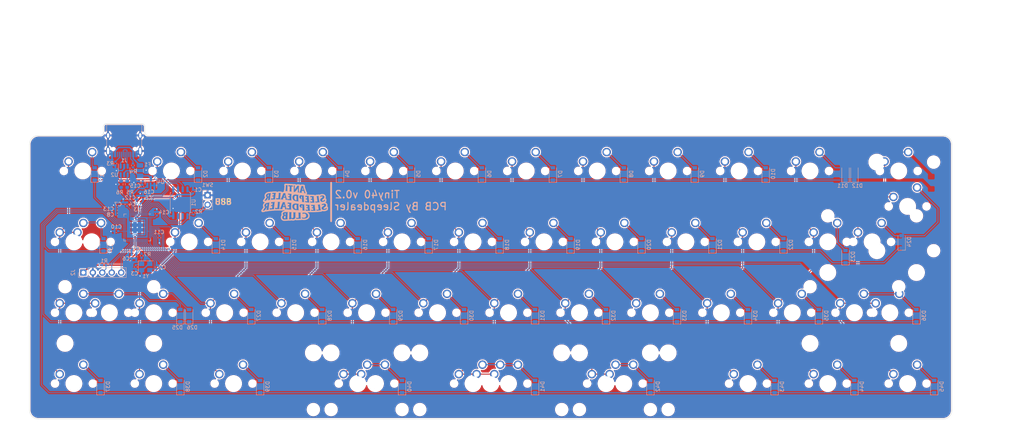
<source format=kicad_pcb>
(kicad_pcb (version 20211014) (generator pcbnew)
  (layers (0 "F.Cu" signal) (31 "B.Cu" signal) (34 "B.Paste" user) (35 "F.Paste" user) (36 "B.SilkS" user "B.Silkscreen") (37 "F.SilkS" user "F.Silkscreen") (38 "B.Mask" user) (39 "F.Mask" user) (44 "Edge.Cuts" user))
  (net 0 "")
  (net 1 "+3V3")
  (net 2 "GND")
  (net 3 "XTAL_IN")
  (net 4 "/XTAL_O")
  (net 5 "+1V1")
  (net 6 "+5V")
  (net 7 "ROW0")
  (net 8 "Net-(D1-Pad2)")
  (net 9 "Net-(D2-Pad2)")
  (net 10 "Net-(D3-Pad2)")
  (net 11 "Net-(D4-Pad2)")
  (net 12 "Net-(D5-Pad2)")
  (net 13 "Net-(D6-Pad2)")
  (net 14 "Net-(D7-Pad2)")
  (net 15 "Net-(D8-Pad2)")
  (net 16 "Net-(D9-Pad2)")
  (net 17 "Net-(D10-Pad2)")
  (net 18 "Net-(D11-Pad2)")
  (net 19 "Net-(D12-Pad2)")
  (net 20 "ROW1")
  (net 21 "Net-(D13-Pad2)")
  (net 22 "Net-(D14-Pad2)")
  (net 23 "Net-(D15-Pad2)")
  (net 24 "Net-(D16-Pad2)")
  (net 25 "Net-(D17-Pad2)")
  (net 26 "Net-(D18-Pad2)")
  (net 27 "Net-(D19-Pad2)")
  (net 28 "Net-(D20-Pad2)")
  (net 29 "Net-(D21-Pad2)")
  (net 30 "Net-(D22-Pad2)")
  (net 31 "Net-(D23-Pad2)")
  (net 32 "Net-(D24-Pad2)")
  (net 33 "ROW2")
  (net 34 "Net-(D25-Pad2)")
  (net 35 "Net-(D26-Pad2)")
  (net 36 "Net-(D27-Pad2)")
  (net 37 "Net-(D28-Pad2)")
  (net 38 "Net-(D29-Pad2)")
  (net 39 "Net-(D30-Pad2)")
  (net 40 "Net-(D31-Pad2)")
  (net 41 "Net-(D32-Pad2)")
  (net 42 "Net-(D33-Pad2)")
  (net 43 "Net-(D34-Pad2)")
  (net 44 "Net-(D35-Pad2)")
  (net 45 "Net-(D36-Pad2)")
  (net 46 "ROW3")
  (net 47 "Net-(D37-Pad2)")
  (net 48 "Net-(D38-Pad2)")
  (net 49 "Net-(D39-Pad2)")
  (net 50 "Net-(D40-Pad2)")
  (net 51 "Net-(D41-Pad2)")
  (net 52 "Net-(D42-Pad2)")
  (net 53 "Net-(D43-Pad2)")
  (net 54 "Net-(D44-Pad2)")
  (net 55 "Net-(D45-Pad2)")
  (net 56 "VBUS")
  (net 57 "D_USB_P")
  (net 58 "/CC2")
  (net 60 "D_USB_N")
  (net 61 "/CC1")
  (net 63 "~{RESET}")
  (net 64 "SWD")
  (net 65 "SWCLK")
  (net 66 "/~{USB_BOOT}")
  (net 67 "CS")
  (net 68 "D_P")
  (net 69 "/D_+")
  (net 70 "D_N")
  (net 71 "/D_-")
  (net 72 "XTAL_OUT")
  (net 73 "COL0")
  (net 74 "COL1")
  (net 75 "COL2")
  (net 76 "COL3")
  (net 77 "COL4")
  (net 78 "COL5")
  (net 79 "COL6")
  (net 80 "COL7")
  (net 81 "COL8")
  (net 82 "COL9")
  (net 83 "COL10")
  (net 84 "COL11")
  (net 85 "SD1")
  (net 86 "SD2")
  (net 87 "SD0")
  (net 88 "QSPI_CLK")
  (net 89 "SD3")
  (footprint "kicad-mx:SW_MX_1u" (layer "F.Cu") (at 187.325 72.23125)
    (fp_text reference "SW38" hide)
    (fp_text value "K_M" hide)
  )
  (footprint "kicad-mx:SW_MX_1u" (layer "F.Cu") (at 53.975 72.23125)
    (fp_text reference "SW31" hide)
    (fp_text value "K_LShift_Extra" hide)
  )
  (footprint "kicad-mx:SW_MX_1u" (layer "F.Cu") (at 73.025 72.23125)
    (fp_text reference "SW32" hide)
    (fp_text value "K_Z" hide)
  )
  (footprint "kicad-mx:SW_MX_1u" (layer "F.Cu") (at 168.275 72.23125)
    (fp_text reference "SW37" hide)
    (fp_text value "K_N" hide)
  )
  (footprint "kicad-mx:SW_MX_1u" (layer "F.Cu") (at 230.1875 34.13125)
    (fp_text reference "SW12" hide)
    (fp_text value "K_P" hide)
  )
  (footprint "kicad-mx:STAB_MX_2.25u" (layer "F.Cu") (at 108.74375 91.28125 180)
    (fp_text reference "S5" hide)
    (fp_text value "2.25")
  )
  (footprint "kicad-mx:SW_MX_1u" (layer "F.Cu") (at 173.0375 34.13125)
    (fp_text reference "SW9" hide)
    (fp_text value "K_U" hide)
  )
  (footprint "kicad-mx:SW_MX_1u" (layer "F.Cu") (at 180.18125 91.28125)
    (fp_text reference "SW44" hide)
    (fp_text value "K_RSpace_2.25u" hide)
  )
  (footprint "kicad-mx:SW_MX_1u" (layer "F.Cu") (at 206.375 72.23125)
    (fp_text reference "SW39" hide)
    (fp_text value "K_Comma" hide)
  )
  (footprint "kicad-mx:SW_MX_1u" (layer "F.Cu") (at 130.175 72.23125)
    (fp_text reference "SW35" hide)
    (fp_text value "K_V" hide)
  )
  (footprint "kicad-mx:SW_MX_1.25u" (layer "F.Cu") (at 32.54375 91.28125)
    (fp_text reference "SW45" hide)
    (fp_text value "K_LControl_1.25u" hide)
  )
  (footprint "kicad-mx:SW_MX_1u" (layer "F.Cu") (at 256.38125 43.65625)
    (fp_text reference "SW15" hide)
    (fp_text value "K_IsoEnter" hide)
  )
  (footprint "kicad-mx:SW_MX_1u" (layer "F.Cu") (at 153.9875 34.13125)
    (fp_text reference "SW8" hide)
    (fp_text value "K_Y" hide)
  )
  (footprint "kicad-mx:STAB_MX_2.25u" (layer "F.Cu") (at 42.06875 72.23125)
    (fp_text reference "S3" hide)
    (fp_text value "2.25")
  )
  (footprint "kicad-mx:SW_MX_1.75u_stp" (layer "F.Cu") (at 32.54375 53.18125)
    (fp_text reference "SW14" hide)
    (fp_text value "K_SteppedCaps" hide)
  )
  (footprint "kicad-mx:STAB_MX_6u" (layer "F.Cu") (at 144.4625 91.28125 180)
    (fp_text reference "S7" hide)
    (fp_text value "6u")
  )
  (footprint "kicad-mx:SW_MX_1u" (layer "F.Cu") (at 144.4625 91.28125)
    (fp_text reference "SW49" hide)
    (fp_text value "K_Space_6u" hide)
  )
  (footprint "kicad-mx:SW_MX_1.25u" (layer "F.Cu") (at 32.54375 72.23125)
    (fp_text reference "SW28" hide)
    (fp_text value "K_LShift_1.25u" hide)
  )
  (footprint "kicad-mx:SW_MX_1u" (layer "F.Cu") (at 175.41875 91.28125)
    (fp_text reference "SW50" hide)
    (fp_text value "K_RSpace_2.75u" hide)
  )
  (footprint "kicad-mx:SW_MX_1u" (layer "F.Cu") (at 113.50625 91.28125)
    (fp_text reference "SW42" hide)
    (fp_text value "K_LSpace_2.75u" hide)
  )
  (footprint "kicad-mx:SW_MX_1u" (layer "F.Cu") (at 92.075 72.23125)
    (fp_text reference "SW33" hide)
    (fp_text value "K_X" hide)
  )
  (footprint "kicad-mx:SW_MX_1.5u" (layer "F.Cu") (at 254 34.13125)
    (fp_text reference "SW13" hide)
    (fp_text value "K_BSLS_1.5u" hide)
  )
  (footprint "kicad-mx:SW_MX_1.75u" (layer "F.Cu") (at 251.61875 72.23125)
    (fp_text reference "SW29" hide)
    (fp_text value "K_LShift_1.75u" hide)
  )
  (footprint "kicad-mx:SW_MX_1u" (layer "F.Cu") (at 120.65 53.18125)
    (fp_text reference "SW20" hide)
    (fp_text value "K_F" hide)
  )
  (footprint "kicad-mx:SW_MX_1u" (layer "F.Cu") (at 111.125 72.23125)
    (fp_text reference "SW34" hide)
    (fp_text value "K_C" hide)
  )
  (footprint "kicad-mx:STAB_MX_ISO_FLIPPED" (layer "F.Cu") (at 256.38125 43.65625)
    (fp_text reference "S1" hide)
    (fp_text value "ISO")
  )
  (footprint "kicad-mx:SW_MX_1.25u" (layer "F.Cu") (at 213.51875 91.28125)
    (fp_text reference "SW51" hide)
    (fp_text value "K_RAlt_1.25u" hide)
  )
  (footprint "kicad-mx:SW_MX_1u" (layer "F.Cu") (at 139.7 53.18125)
    (fp_text reference "SW21" hide)
    (fp_text value "K_G" hide)
  )
  (footprint "kicad-mx:SW_MX_1u" (layer "F.Cu") (at 242.09375 72.23125)
    (fp_text reference "SW41" hide)
    (fp_text value "K_LShift_2.75u" hide)
  )
  (footprint "kicad-mx:SW_MX_1u" (layer "F.Cu") (at 158.75 53.18125)
    (fp_text reference "SW22" hide)
    (fp_text value "K_H" hide)
  )
  (footprint "kicad-mx:SW_MX_1u" (layer "F.Cu") (at 246.85625 53.18125)
    (fp_text reference "SW27" hide)
    (fp_text value "K_Enter_2.25u" hide)
  )
  (footprint "kicad-mx:SW_MX_1.25u" (layer "F.Cu") (at 75.40625 91.28125)
    (fp_text reference "SW47" hide)
    (fp_text value "K_LAlt_1.25u" hide)
  )
  (footprint "kicad-mx:SW_MX_1u" (layer "F.Cu") (at 58.7375 34.13125)
    (fp_text reference "SW3" hide)
    (fp_text value "K_Q" hide)
  )
  (footprint "kicad-mx:SW_MX_1.75u" (layer "F.Cu") (at 37.30625 53.18125)
    (fp_text reference "SW16" hide)
    (fp_text value "K_CapsLock_1.75" hide)
  )
  (footprint "kicad-mx:SW_MX_1u" (layer "F.Cu") (at 139.7 91.28125)
    (fp_text reference "SW43" hide)
    (fp_text value "K_Mid_1u" hide)
  )
  (footprint "kicad-mx:SW_MX_1u" (layer "F.Cu") (at 192.0875 34.13125)
    (fp_text reference "SW10" hide)
    (fp_text value "K_I" hide)
  )
  (footprint "kicad-mx:SW_MX_1u" (layer "F.Cu") (at 63.5 53.18125)
    (fp_text reference "SW17" hide)
    (fp_text value "K_A" hide)
  )
  (footprint "kicad-mx:SW_MX_1u" (layer "F.Cu") (at 211.1375 34.13125)
    (fp_text reference "SW11" hide)
    (fp_text value "K_O" hide)
  )
  (footprint "kicad-mx:SW_MX_1u" (layer "F.Cu") (at 149.225 91.28125)
    (fp_text reference "SW54" hide)
    (fp_text value "K_Mid_1u" hide)
  )
  (footprint "kicad-mx:SW_MX_1u" (layer "F.Cu") (at 225.425 72.23125)
    (fp_text reference "SW40" hide)
    (fp_text value "K_LShift_Extra" hide)
  )
  (footprint "kicad-mx:SW_MX_1u" (layer "F.Cu") (at 234.95 53.18125)
    (fp_text reference "SW26" hide)
    (fp_text value "K_NUHS" hide)
  )
  (footprint "kicad-mx:SW_MX_1u" (layer "F.Cu") (at 77.7875 34.13125)
    (fp_text reference "SW4" hide)
    (fp_text value "K_W" hide)
  )
  (footprint "kicad-mx:SW_MX_1u" (layer "F.Cu") (at 96.8375 34.13125)
    (fp_text reference "SW5" hide)
    (fp_text value "K_E" hide)
  )
  (footprint "kicad-mx:STAB_MX_2.75u" (layer "F.Cu") (at 242.09375 72.23125)
    (fp_text reference "S4" hide)
    (fp_text value "2.75")
  )
  (footprint "kicad-mx:STAB_MX_2.75u" (layer "F.Cu") (at 113.50625 91.28125 180)
    (fp_text reference "S8" hide)
    (fp_text value "2.75")
  )
  (footprint "kicad-mx:SW_MX_1.25u" (layer "F.Cu") (at 256.38125 91.28125)
    (fp_text reference "SW53" hide)
    (fp_text value "K_RControl_1.25u" hide)
  )
  (footprint "kicad-mx:STAB_MX_2.25u" (layer "F.Cu") (at 246.85625 53.18125)
    (fp_text reference "S2" hide)
    (fp_text value "2.25")
  )
  (footprint "kicad-mx:SW_MX_1u" (layer "F.Cu") (at 177.8 53.18125)
    (fp_text reference "SW23" hide)
    (fp_text value "K_J" hide)
  )
  (footprint "kicad-mx:SW_MX_1u" (layer "F.Cu") (at 149.225 72.23125)
    (fp_text reference "SW36" hide)
    (fp_text value "K_B" hide)
  )
  (footprint "kicad-mx:SW_MX_1u" (layer "F.Cu") (at 234.95 91.28125)
    (fp_text reference "SW52" hide)
    (fp_text value "K_RWin" hide)
  )
  (footprint "kicad-mx:SW_MX_1u" (layer "F.Cu") (at 115.8875 34.13125)
    (fp_text reference "SW6" hide)
    (fp_text value "K_R" hide)
  )
  (footprint "kicad-mx:SW_MX_1u" (layer "F.Cu") (at 134.9375 34.13125)
    (fp_text reference "SW7" hide)
    (fp_text value "K_T" hide)
  )
  (footprint "kicad-mx:SW_MX_1u" (layer "F.Cu") (at 196.85 53.18125)
    (fp_text reference "SW24" hide)
    (fp_text value "K_K" hide)
  )
  (footprint "kicad-mx:SW_MX_1u" (layer "F.Cu") (at 53.975 91.28125)
    (fp_text reference "SW46" hide)
    (fp_text value "K_LWin_1u" hide)
  )
  (footprint "kicad-mx:STAB_MX_2.25u" (layer "F.Cu") (at 180.18125 91.28125 180)
    (fp_text reference "S6" hide)
    (fp_text value "2.25")
  )
  (footprint "kicad-mx:SW_MX_1.5u" (layer "F.Cu") (at 34.925 34.13125)
    (fp_text reference "SW2" hide)
    (fp_text value "K_Tab_1.5u" hide)
  )
  (footprint "kicad-mx:SW_MX_1u" (layer "F.Cu") (at 108.74375 91.28125)
    (fp_text reference "SW48" hide)
    (fp_text value "K_LSpace_2.25u" hide)
  )
  (footprint "kicad-mx:STAB_MX_2.75u" (layer "F.Cu") (at 175.41875 91.28125 180)
    (fp_text reference "S9" hide)
    (fp_text value "2.75")
  )
  (footprint "kicad-mx:SW_MX_1u" (layer "F.Cu") (at 101.6 53.18125)
    (fp_text reference "SW19" hide)
    (fp_text value "L_D" hide)
  )
  (footprint "kicad-mx:SW_MX_1u" (layer "F.Cu") (at 215.9 53.18125)
    (fp_text reference "SW25" hide)
    (fp_text value "K_L" hide)
  )
  (footprint "kicad-mx:SW_MX_1u" (layer "F.Cu") (at 42.06875 72.23125)
    (fp_text reference "SW30" hide)
    (fp_text value "K_LShift_2.25u" hide)
  )
  (footprint "kicad-mx:SW_MX_1u" (layer "F.Cu") (at 82.55 53.18125)
    (fp_text reference "SW18" hide)
    (fp_text value "K_S" hide)
  )
  (footprint "Diode_SMD:D_SOD-123" (layer "B.Cu") (at 239.7125 34.925 90)
    (fp_text reference "D11")
    (fp_text value "1N4148")
  )
  (footprint "Diode_SMD:D_SOD-123" (layer "B.Cu") (at 184.94375 53.975 90)
    (fp_text reference "D20")
    (fp_text value "1N4148")
  )
  (footprint "Diode_SMD:D_SOD-123" (layer "B.Cu") (at 118.26875 73.025 90)
    (fp_text reference "D29")
    (fp_text value "1N4148")
  )
  (footprint "Diode_SMD:D_SOD-123" (layer "B.Cu") (at 103.98125 34.925 90)
    (fp_text reference "D4")
    (fp_text value "1N4148")
  )
  (footprint "Diode_SMD:D_SOD-123" (layer "B.Cu") (at 142.08125 34.925 90)
    (fp_text reference "D6")
    (fp_text value "1N4148")
  )
  (footprint "Diode_SMD:D_SOD-123" (layer "B.Cu") (at 82.55 92.075 90)
    (fp_text reference "D39")
    (fp_text value "1N4148")
  )
  (footprint "Connector_PinSocket_2.54mm:PinSocket_1x02_P2.54mm_Vertical" (layer "B.Cu") (at 68.428 40.66 180)
    (fp_text reference "SW1")
    (fp_text value "SW_Push")
  )
  (footprint "Diode_SMD:D_SOD-123" (layer "B.Cu") (at 213.51875 73.025 90)
    (fp_text reference "D34")
    (fp_text value "1N4148")
  )
  (footprint "Diode_SMD:D_SOD-123" (layer "B.Cu") (at 80.16875 73.025 90)
    (fp_text reference "D27")
    (fp_text value "1N4148")
  )
  (footprint "Sleep-Lib:assc_fixed" (layer "B.Cu") (at 91.821 42.545 180)
    (fp_text reference "H1" hide)
    (fp_text value "ASSC" hide)
  )
  (footprint "Diode_SMD:D_SOD-123" (layer "B.Cu") (at 232.56875 73.025 90)
    (fp_text reference "D35")
    (fp_text value "1N4148")
  )
  (footprint "Capacitor_SMD:C_0402_1005Metric" (layer "B.Cu") (at 46.7995 43.08475 90)
    (fp_text reference "C4")
    (fp_text value "1uF")
  )
  (footprint "Diode_SMD:D_SOD-123" (layer "B.Cu") (at 40.48125 53.975 90)
    (fp_text reference "D13")
    (fp_text value "1N4148")
  )
  (footprint "Diode_SMD:D_SOD-123" (layer "B.Cu") (at 61.11875 73.025 90)
    (fp_text reference "D25")
    (fp_text value "1N4148")
  )
  (footprint "Connector_PinSocket_2.54mm:PinSocket_1x05_P2.54mm_Vertical" (layer "B.Cu") (at 35.082 61.443 -90)
    (fp_text reference "J2")
    (fp_text value "SWD")
  )
  (footprint "Resistor_SMD:R_0402_1005Metric" (layer "B.Cu") (at 48.387 32.639 -90)
    (fp_text reference "R4")
    (fp_text value "5k1")
  )
  (footprint "Diode_SMD:D_SOD-123" (layer "B.Cu") (at 218.28125 34.925 90)
    (fp_text reference "D10")
    (fp_text value "1N4148")
  )
  (footprint "Diode_SMD:D_SOD-123" (layer "B.Cu") (at 239.7125 57.15 90)
    (fp_text reference "D23")
    (fp_text value "1N4148")
  )
  (footprint "Capacitor_SMD:C_0402_1005Metric" (layer "B.Cu") (at 54.8005 45.62475 90)
    (fp_text reference "C14")
    (fp_text value "100nF")
  )
  (footprint "Fuse:Fuse_1206_3216Metric" (layer "B.Cu") (at 50.292 34.036 -90)
    (fp_text reference "F1")
    (fp_text value "500mA")
  )
  (footprint "Capacitor_SMD:C_0402_1005Metric" (layer "B.Cu") (at 55.499 52.07 -90)
    (fp_text reference "C11")
    (fp_text value "100nF")
  )
  (footprint "Resistor_SMD:R_0402_1005Metric" (layer "B.Cu") (at 40.64 59.436)
    (fp_text reference "R1")
    (fp_text value "10k")
  )
  (footprint "Diode_SMD:D_SOD-123" (layer "B.Cu") (at 258.7625 73.025 90)
    (fp_text reference "D36")
    (fp_text value "1N4148")
  )
  (footprint "Resistor_SMD:R_0603_1608Metric" (layer "B.Cu") (at 45.212001 37.719 -90)
    (fp_text reference "R6")
    (fp_text value "27R")
  )
  (footprint "Diode_SMD:D_SOD-123" (layer "B.Cu") (at 61.11875 92.075 90)
    (fp_text reference "D38")
    (fp_text value "1N4148")
  )
  (footprint "Sleep-Lib:RP2040-QFN-56" (layer "B.Cu") (at 49.56525 49.323732 180)
    (fp_text reference "U3")
    (fp_text value "RP2040")
  )
  (footprint "Diode_SMD:D_SOD-123" (layer "B.Cu") (at 39.6875 92.075 90)
    (fp_text reference "D37")
    (fp_text value "1N4148")
  )
  (footprint "Diode_SMD:D_SOD-123" (layer "B.Cu") (at 194.46875 73.025 90)
    (fp_text reference "D33")
    (fp_text value "1N4148")
  )
  (footprint "Diode_SMD:D_SOD-123" (layer "B.Cu") (at 220.6625 92.075 90)
    (fp_text reference "D43")
    (fp_text value "1N4148")
  )
  (footprint "Capacitor_SMD:C_0402_1005Metric" (layer "B.Cu") (at 50.927 38.354 -90)
    (fp_text reference "C16")
    (fp_text value "1uF")
  )
  (footprint "Diode_SMD:D_SOD-123" (layer "B.Cu") (at 223.04375 53.975 90)
    (fp_text reference "D22")
    (fp_text value "1N4148")
  )
  (footprint "Capacitor_SMD:C_0402_1005Metric" (layer "B.Cu") (at 44.224 45.847 180)
    (fp_text reference "C8")
    (fp_text value "100nF")
  )
  (footprint "Resistor_SMD:R_0603_1608Metric" (layer "B.Cu") (at 46.863 37.719 -90)
    (fp_text reference "R5")
    (fp_text value "27R")
  )
  (footprint "Capacitor_SMD:C_0402_1005Metric" (layer "B.Cu") (at 54.737 59.972 -90)
    (fp_text reference "C2")
    (fp_text value "22pF")
  )
  (footprint "Capacitor_SMD:C_0402_1005Metric" (layer "B.Cu") (at 51.08925 41.290982 90)
    (fp_text reference "C5")
    (fp_text value "100nF")
  )
  (footprint "Capacitor_SMD:C_0402_1005Metric" (layer "B.Cu") (at 49.149 59.944 90)
    (fp_text reference "C3")
    (fp_text value "22pF")
  )
  (footprint "Diode_SMD:D_SOD-123" (layer "B.Cu") (at 242.09375 92.075 90)
    (fp_text reference "D44")
    (fp_text value "1N4148")
  )
  (footprint "Diode_SMD:D_SOD-123" (layer "B.Cu") (at 108.74375 53.975 90)
    (fp_text reference "D16")
    (fp_text value "1N4148")
  )
  (footprint "Crystal:Crystal_SMD_3225-4Pin_3.2x2.5mm" (layer "B.Cu") (at 51.816 59.944)
    (fp_text reference "Y1")
    (fp_text value "12MHz")
  )
  (footprint "Diode_SMD:D_SOD-123" (layer "B.Cu") (at 137.31875 73.025 90)
    (fp_text reference "D30")
    (fp_text value "1N4148")
  )
  (footprint "Capacitor_SMD:C_0402_1005Metric" (layer "B.Cu") (at 50.546 36.957)
    (fp_text reference "C15")
    (fp_text value "1uF")
  )
  (footprint "Diode_SMD:D_SOD-123" (layer "B.Cu") (at 146.84375 53.975 90)
    (fp_text reference "D18")
    (fp_text value "1N4148")
  )
  (footprint "Diode_SMD:D_SOD-123" (layer "B.Cu") (at 203.99375 53.975 90)
    (fp_text reference "D21")
    (fp_text value "1N4148")
  )
  (footprint "Capacitor_SMD:C_0402_1005Metric" (layer "B.Cu") (at 43.942 50.292 180)
    (fp_text reference "C10")
    (fp_text value "100nF")
  )
  (footprint "Diode_SMD:D_SOD-123" (layer "B.Cu") (at 254.79375 53.18125 90)
    (fp_text reference "D24")
    (fp_text value "1N4148")
  )
  (footprint "Diode_SMD:D_SOD-123" (layer "B.Cu") (at 38.1 34.925 90)
    (fp_text reference "D1")
    (fp_text value "1N4148")
  )
  (footprint "Diode_SMD:D_SOD-123" (layer "B.Cu") (at 120.65 92.075 90)
    (fp_text reference "D40")
    (fp_text value "1N4148")
  )
  (footprint "Diode_SMD:D_SOD-123" (layer "B.Cu") (at 99.21875 73.025 90)
    (fp_text reference "D28")
    (fp_text value "1N4148")
  )
  (footprint "Diode_SMD:D_SOD-123" (layer "B.Cu") (at 63.5 73.025 90)
    (fp_text reference "D26")
    (fp_text value "1N4148")
  )
  (footprint "Diode_SMD:D_SOD-123" (layer "B.Cu") (at 156.36875 73.025 90)
    (fp_text reference "D31")
    (fp_text value "1N4148")
  )
  (footprint "Diode_SMD:D_SOD-123" (layer "B.Cu") (at 127.79375 53.975 90)
    (fp_text reference "D17")
    (fp_text value "1N4148")
  )
  (footprint "Capacitor_SMD:C_0402_1005Metric" (layer "B.Cu") (at 64.516 39.6875 90)
    (fp_text reference "C1")
    (fp_text value "100nF")
  )
  (footprint "Diode_SMD:D_SOD-123" (layer "B.Cu") (at 242.09375 34.925 90)
    (fp_text reference "D12")
    (fp_text value "1N4148")
  )
  (footprint "Connector_USB:USB_C_Receptacle_HRO_TYPE-C-31-M-12" (layer "B.Cu") (at 46.0375 25.63375)
    (fp_text reference "J1")
    (fp_text value "USB_C_Receptacle_USB2.0")
  )
  (footprint "Diode_SMD:D_SOD-123" (layer "B.Cu") (at 123.03125 34.925 90)
    (fp_text reference "D5")
    (fp_text value "1N4148")
  )
  (footprint "Capacitor_SMD:C_0402_1005Metric" (layer "B.Cu") (at 49.276 57.15 -90)
    (fp_text reference "C9")
    (fp_text value "100nF")
  )
  (footprint "Diode_SMD:D_SOD-123" (layer "B.Cu") (at 65.88125 34.925 90)
    (fp_text reference "D2")
    (fp_text value "1N4148")
  )
  (footprint "Diode_SMD:D_SOD-123" (layer "B.Cu") (at 187.325 92.075 90)
    (fp_text reference "D42")
    (fp_text value "1N4148")
  )
  (footprint "Diode_SMD:D_SOD-123" (layer "B.Cu") (at 84.93125 34.925 90)
    (fp_text reference "D3")
    (fp_text value "1N4148")
  )
  (footprint "Diode_SMD:D_SOD-123" (layer "B.Cu") (at 175.41875 73.025 90)
    (fp_text reference "D32")
    (fp_text value "1N4148")
  )
  (footprint "Diode_SMD:D_SOD-123" (layer "B.Cu") (at 156.36875 92.075 90)
    (fp_text reference "D41")
    (fp_text value "1N4148")
  )
  (footprint "Resistor_SMD:R_0402_1005Metric" (layer "B.Cu") (at 43.688 32.129001 -90)
    (fp_text reference "R3")
    (fp_text value "5k1")
  )
  (footprint "Package_TO_SOT_SMD:SOT-23" (layer "B.Cu") (at 53.213 37.084 90)
    (fp_text reference "U4")
    (fp_text value "XC6206PxxxMR-Regulator_Linear")
  )
  (footprint "Diode_SMD:D_SOD-123" (layer "B.Cu") (at 89.69375 53.975 90)
    (fp_text reference "D15")
    (fp_text value "1N4148")
  )
  (footprint "Diode_SMD:D_SOD-123" (layer "B.Cu") (at 165.89375 53.975 90)
    (fp_text reference "D19")
    (fp_text value "1N4148")
  )
  (footprint "Resistor_SMD:R_0402_1005Metric" (layer "B.Cu") (at 64.643 45.339 -90)
    (fp_text reference "R2")
    (fp_text value "1k")
  )
  (footprint "Diode_SMD:D_SOD-123" (layer "B.Cu") (at 263.525 92.075 90)
    (fp_text reference "D45")
    (fp_text value "1N4148")
  )
  (footprint "Capacitor_SMD:C_0402_1005Metric" (layer "B.Cu") (at 45.7835 43.08475 90)
    (fp_text reference "C7")
    (fp_text value "1uF")
  )
  (footprint "Package_SO:SOIC-8_5.23x5.23mm_P1.27mm" (layer "B.Cu") (at 61.11875 42.672 90)
    (fp_text reference "U1")
    (fp_text value "W25Q128JVS")
  )
  (footprint "Resistor_SMD:R_0402_1005Metric" (layer "B.Cu") (at 50.70825 56.911982 90)
    (fp_text reference "R7")
    (fp_text value "1k")
  )
  (footprint "Diode_SMD:D_SOD-123" (layer "B.Cu") (at 199.23125 34.925 90)
    (fp_text reference "D9")
    (fp_text value "1N4148")
  )
  (footprint "Diode_SMD:D_SOD-123" (layer "B.Cu") (at 180.18125 34.925 90)
    (fp_text reference "D8")
    (fp_text value "1N4148")
  )
  (footprint "Diode_SMD:D_SOD-123" (layer "B.Cu") (at 161.13125 34.925 90)
    (fp_text reference "D7")
    (fp_text value "1N4148")
  )
  (footprint "Capacitor_SMD:C_0402_1005Metric" (layer "B.Cu") (at 44.224 44.323 180)
    (fp_text reference "C13")
    (fp_text value "100nF")
  )
  (footprint "Capacitor_SMD:C_0402_1005Metric" (layer "B.Cu") (at 48.006 57.15 -90)
    (fp_text reference "C6")
    (fp_text value "100nF")
  )
  (footprint "Diode_SMD:D_SOD-123" (layer "B.Cu") (at 70.64375 53.975 90)
    (fp_text reference "D14")
    (fp_text value "1N4148")
  )
  (footprint "Package_TO_SOT_SMD:SOT-23-6" (layer "B.Cu") (at 46.037501 34.00425 -90)
    (fp_text reference "U2")
    (fp_text value "USBLC6-2SC6")
  )
  (footprint "Capacitor_SMD:C_0402_1005Metric" (layer "B.Cu") (at 49.56525 41.290982 90)
    (fp_text reference "C12")
    (fp_text value "100nF")
  )
  (gr_line (start 101.6 37.30625) (end 101.6 47.625) (layer "B.SilkS") (width 0.5))
  (gr_arc (start 265.90625 24.60625) (mid 267.590048 25.303702) (end 268.2875 26.9875) (layer "Edge.Cuts") (width 0.1))
  (gr_arc (start 20.6375 26.9875) (mid 21.334952 25.303702) (end 23.01875 24.60625) (layer "Edge.Cuts") (width 0.1))
  (gr_arc (start 40.48125 23.8125) (mid 40.248766 24.373766) (end 39.6875 24.60625) (layer "Edge.Cuts") (width 0.1))
  (gr_arc (start 268.2875 98.425) (mid 267.590048 100.108798) (end 265.90625 100.80625) (layer "Edge.Cuts") (width 0.1))
  (gr_line (start 51.59375 22.225) (end 51.59375 23.8125) (layer "Edge.Cuts") (width 0.1))
  (gr_arc (start 50.8 21.43125) (mid 51.361266 21.663734) (end 51.59375 22.225) (layer "Edge.Cuts") (width 0.1))
  (gr_arc (start 23.01875 100.80625) (mid 21.334952 100.108798) (end 20.6375 98.425) (layer "Edge.Cuts") (width 0.1))
  (gr_line (start 40.48125 22.225) (end 40.48125 23.8125) (layer "Edge.Cuts") (width 0.1))
  (gr_line (start 41.275 21.43125) (end 50.8 21.43125) (layer "Edge.Cuts") (width 0.1))
  (gr_line (start 39.6875 24.60625) (end 23.01875 24.60625) (layer "Edge.Cuts") (width 0.1))
  (gr_line (start 20.6375 26.9875) (end 20.6375 98.425) (layer "Edge.Cuts") (width 0.1))
  (gr_line (start 265.90625 24.60625) (end 52.3875 24.60625) (layer "Edge.Cuts") (width 0.1))
  (gr_arc (start 40.48125 22.225) (mid 40.713734 21.663734) (end 41.275 21.43125) (layer "Edge.Cuts") (width 0.1))
  (gr_line (start 23.01875 100.80625) (end 265.90625 100.80625) (layer "Edge.Cuts") (width 0.1))
  (gr_line (start 268.2875 98.425) (end 268.2875 26.9875) (layer "Edge.Cuts") (width 0.1))
  (gr_arc (start 52.3875 24.60625) (mid 51.826234 24.373766) (end 51.59375 23.8125) (layer "Edge.Cuts") (width 0.1))
  (gr_text "Tiny40 v0.2\nPCB By Sleepdealer" (at 102.39375 42.06875) (layer "B.SilkS") (effects (font (size 2 2) (thickness 0.3)) (justify right mirror)))
  (gr_text "USB" (at 72.644 42.418) (layer "B.SilkS") (effects (font (size 1.5 1.5) (thickness 0.3)) (justify mirror)))
  (gr_text "USB" (at 72.644 42.418) (layer "F.SilkS") (effects (font (size 1.5 1.5) (thickness 0.3))))
  (segment (start 59.53125 41.275) (end 50.51425 41.275) (width 0.5) (layer "F.Cu") (net 1))
  (segment (start 39.37 59.436) (end 46.102778 59.436) (width 0.381) (layer "F.Cu") (net 1))
  (segment (start 37.089 59.436) (end 35.082 61.443) (width 0.381) (layer "F.Cu") (net 1))
  (segment (start 49.3395 42.44975) (end 49.3395 42.703749) (width 0.5) (layer "F.Cu") (net 1))
  (segment (start 46.102778 59.436) (end 49.656112 55.882666) (width 0.381) (layer "F.Cu") (net 1))
  (segment (start 50.51425 41.275) (end 49.3395 42.44975) (width 0.5) (layer "F.Cu") (net 1))
  (segment (start 39.37 59.436) (end 37.089 59.436) (width 0.381) (layer "F.Cu") (net 1))
  (via (at 39.37 59.436) (size 0.6) (drill 0.3) (layers "F.Cu" "B.Cu") (net 1))
  (via (at 49.3395 42.703749) (size 0.6) (drill 0.3) (layers "F.Cu" "B.Cu") (net 1))
  (via (at 49.656112 55.882666) (size 0.6) (drill 0.3) (layers "F.Cu" "B.Cu") (net 1))
  (via (at 59.53125 41.275) (size 0.6) (drill 0.3) (layers "F.Cu" "B.Cu") (net 1))
  (segment (start 53.00275 46.723732) (end 54.181518 46.723732) (width 0.2) (layer "B.Cu") (net 1))
  (segment (start 52.248 50.323732) (end 52.23225 50.307982) (width 0.2) (layer "B.Cu") (net 1))
  (segment (start 48.96525 45.886232) (end 48.96525 46.479982) (width 0.2) (layer "B.Cu") (net 1))
  (segment (start 46.96525 45.886232) (end 46.96525 44.7465) (width 0.2) (layer "B.Cu") (net 1))
  (segment (start 49.36525 45.886232) (end 49.36525 46.742) (width 0.2) (layer "B.Cu") (net 1))
  (segment (start 53.00275 46.723732) (end 51.835482 46.723732) (width 0.2) (layer "B.Cu") (net 1))
  (segment (start 50.927 38.834) (end 49.939 38.834) (width 0.381) (layer "B.Cu") (net 1))
  (segment (start 49.36525 55.591804) (end 49.36525 52.761232) (width 0.2) (layer "B.Cu") (net 1))
  (segment (start 44.704 44.323) (end 44.704 45.847) (width 0.381) (layer "B.Cu") (net 1))
  (segment (start 46.96525 46.684982) (end 46.89825 46.751982) (width 0.2) (layer "B.Cu") (net 1))
  (segment (start 54.181518 46.723732) (end 54.8005 46.10475) (width 0.2) (layer "B.Cu") (net 1))
  (segment (start 64.516 40.1675) (end 63.98 40.1675) (width 0.254) (layer "B.Cu") (net 1))
  (segment (start 49.1871 44.971133) (end 49.18425 44.973982) (width 0.2) (layer "B.Cu") (net 1))
  (segment (start 46.997 46.723731) (end 47.02525 46.751982) (width 0.2) (layer "B.Cu") (net 1))
  (segment (start 49.009982 41.770982) (end 49.56525 41.770982) (width 0.381) (layer "B.Cu") (net 1))
  (segment (start 49.276 56.262778) (end 49.276 56.67) (width 0.5) (layer "B.Cu") (net 1))
  (segment (start 64.20225 40.48125) (end 64.516 40.1675) (width 0.5) (layer "B.Cu") (net 1))
  (segment (start 48.514 40.259) (end 48.514 41.275) (width 0.381) (layer "B.Cu") (net 1))
  (segment (start 49.36525 45.154982) (end 49.36525 45.886232) (width 0.2) (layer "B.Cu") (net 1))
  (segment (start 49.656112 55.882666) (end 49.276 56.262778) (width 0.5) (layer "B.Cu") (net 1))
  (segment (start 60.325 40.48125) (end 64.20225 40.48125) (width 0.5) (layer "B.Cu") (net 1))
  (segment (start 46.96525 44.7465) (end 45.7835 43.56475) (width 0.2) (layer "B.Cu") (net 1))
  (segment (start 51.4505 38.834) (end 50.927 38.834) (width 0.381) (layer "B.Cu") (net 1))
  (segment (start 54.232732 50.323732) (end 53.00275 50.323732) (width 0.2) (layer "B.Cu") (net 1))
  (segment (start 46.12775 46.723732) (end 46.997 46.723731) (width 0.2) (layer "B.Cu") (net 1))
  (segment (start 49.1871 42.856149) (end 49.1871 44.971133) (width 0.2) (layer "B.Cu") (net 1))
  (segment (start 53.00275 50.323732) (end 52.248 50.323732) (width 0.2) (layer "B.Cu") (net 1))
  (segment (start 49.3395 41.996732) (end 49.3395 42.703749) (width 0.381) (layer "B.Cu") (net 1))
  (segment (start 46.12775 46.723732) (end 44.724 46.723732) (width 0.2) (layer "B.Cu") (net 1))
  (segment (start 49.36525 52.761232) (end 49.365251 52.031982) (width 0.2) (layer "B.Cu") (net 1))
  (segment (start 48.514 41.275) (end 49.009982 41.770982) (width 0.381) (layer "B.Cu") (net 1))
  (segment (start 46.12775 50.323732) (end 44.453732 50.323732) (width 0.2) (layer "B.Cu") (net 1))
  (segment (start 49.939 38.834) (end 48.514 40.259) (width 0.381) (layer "B.Cu") (net 1))
  (segment (start 59.53125 41.275) (end 60.325 40.48125) (width 0.5) (layer "B.Cu") (net 1))
  (segment (start 46.96525 45.886232) (end 46.96525 46.684982) (width 0.2) (layer "B.Cu") (net 1))
  (segment (start 48.96525 45.192982) (end 49.18425 44.973982) (width 0.2) (layer "B.Cu") (net 1))
  (segment (start 47.36525 45.886231) (end 46.96525 45.486232) (width 0.2) (layer "B.Cu") (net 1))
  (segment (start 49.3395 42.703749) (end 49.1871 42.856149) (width 0.2) (layer "B.Cu") (net 1))
  (segment (start 52.263 38.0215) (end 51.4505 38.834) (width 0.381) (layer "B.Cu") (net 1))
  (segment (start 46.12775 50.323732) (end 47.0095 50.323732) (width 0.2) (layer "B.Cu") (net 1))
  (segment (start 47.36525 46.411982) (end 47.36525 45.886231) (width 0.2) (layer "B.Cu") (net 1))
  (segment (start 44.453732 50.323732) (end 44.422 50.292) (width 0.2) (layer "B.Cu") (net 1))
  (segment (start 49.18425 44.973982) (end 49.36525 45.154982) (width 0.2) (layer "B.Cu") (net 1))
  (segment (start 49.56525 41.770982) (end 49.3395 41.996732) (width 0.381) (layer "B.Cu") (net 1))
  (segment (start 49.656112 55.882666) (end 49.36525 55.591804) (width 0.2) (layer "B.Cu") (net 1))
  (segment (start 49.36525 46.742) (end 49.3395 46.76775) (width 0.2) (layer "B.Cu") (net 1))
  (segment (start 51.835482 46.723732) (end 51.7525 46.64075) (width 0.2) (layer "B.Cu") (net 1))
  (segment (start 47.02525 46.751982) (end 47.36525 46.411982) (width 0.2) (layer "B.Cu") (net 1))
  (segment (start 63.98 40.1675) (end 63.02375 39.21125) (width 0.254) (layer "B.Cu") (net 1))
  (segment (start 55.499 51.59) (end 54.232732 50.323732) (width 0.2) (layer "B.Cu") (net 1))
  (segment (start 48.96525 45.886232) (end 48.96525 45.192982) (width 0.2) (layer "B.Cu") (net 1))
  (segment (start 39.37 59.436) (end 40.13 59.436) (width 0.381) (layer "B.Cu") (net 1))
  (segment (start 49.56525 48.048732) (end 49.56525 50.598732) (width 0.635) (layer "F.Cu") (net 2))
  (segment (start 50.54025 50.298732) (end 48.59025 50.298732) (width 0.635) (layer "F.Cu") (net 2))
  (segment (start 48.29025 49.323732) (end 50.84025 49.323732) (width 0.635) (layer "F.Cu") (net 2))
  (segment (start 50.84025 50.598732) (end 50.84025 48.048732) (width 0.635) (layer "F.Cu") (net 2))
  (segment (start 48.29025 48.048732) (end 50.84025 48.048732) (width 0.635) (layer "F.Cu") (net 2))
  (segment (start 50.84025 50.598732) (end 50.54025 50.298732) (width 0.635) (layer "F.Cu") (net 2))
  (segment (start 48.59025 50.298732) (end 48.29025 50.598732) (width 0.635) (layer "F.Cu") (net 2))
  (segment (start 48.29025 50.598732) (end 48.29025 48.048732) (width 0.635) (layer "F.Cu") (net 2))
  (via (at 45.7835 41.68775) (size 0.6) (drill 0.3) (layers "F.Cu" "B.Cu") (net 2))
  (via (at 43.815 37.719) (size 0.6) (drill 0.3) (layers "F.Cu" "B.Cu") (net 2))
  (via (at 54.8005 44.35475) (size 0.6) (drill 0.3) (layers "F.Cu" "B.Cu") (net 2))
  (via (at 43.942 34.036) (size 0.6) (drill 0.3) (layers "F.Cu" "B.Cu") (net 2))
  (via (at 50.292 62.357) (size 0.6) (drill 0.3) (layers "F.Cu" "B.Cu") (net 2))
  (via (at 51.943 33.909) (size 0.6) (drill 0.3) (layers "F.Cu" "B.Cu") (net 2))
  (via (at 43.18 43.307) (size 0.6) (drill 0.3) (layers "F.Cu" "B.Cu") (net 2))
  (via (at 56.134 60.579) (size 0.6) (drill 0.3) (layers "F.Cu" "B.Cu") (net 2))
  (via (at 42.481501 50.38725) (size 0.6) (drill 0.3) (layers "F.Cu" "B.Cu") (net 2))
  (via (at 50.3555 40.163751) (size 0.6) (drill 0.3) (layers "F.Cu" "B.Cu") (net 2))
  (via (at 48.641 37.211) (size 0.6) (drill 0.3) (layers "F.Cu" "B.Cu") (net 2))
  (via (at 55.499 53.467) (size 0.6) (drill 0.3) (layers "F.Cu" "B.Cu") (net 2))
  (via (at 59.182 44.196) (size 0.6) (drill 0.3) (layers "F.Cu" "B.Cu") (net 2))
  (segment (start 42.576751 50.292) (end 42.481501 50.38725) (width 0.254) (layer "B.Cu") (net 2))
  (segment (start 43.74425 43.87125) (end 43.74425 44.32275) (width 0.381) (layer "B.Cu") (net 2))
  (segment (start 59.21375 44.22775) (end 59.182 44.196) (width 0.381) (layer "B.Cu") (net 2))
  (segment (start 49.149 60.424) (end 49.519 60.794) (width 0.381) (layer "B.Cu") (net 2))
  (segment (start 43.744001 44.323) (end 43.744 45.847) (width 0.381) (layer "B.Cu") (net 2))
  (segment (start 42.7875 29.67875) (end 42.6325 29.67875) (width 0.381) (layer "B.Cu") (net 2))
  (segment (start 46.037501 32.86675) (end 46.037501 33.464499) (width 0.381) (layer "B.Cu") (net 2))
  (segment (start 49.4425 29.67875) (end 50.3575 28.76375) (width 0.381) (layer "B.Cu") (net 2))
  (segment (start 45.7835 42.60475) (end 45.7835 41.68775) (width 0.2) (layer "B.Cu") (net 2))
  (segment (start 48.387 33.149) (end 49.147 33.909) (width 0.254) (layer "B.Cu") (net 2))
  (segment (start 43.462 50.292) (end 42.576751 50.292) (width 0.254) (layer "B.Cu") (net 2))
  (segment (start 45.466 34.036) (end 43.942 34.036) (width 0.381) (layer "B.Cu") (net 2))
  (segment (start 46.037501 33.464499) (end 45.466 34.036) (width 0.381) (layer "B.Cu") (net 2))
  (segment (start 51.08925 40.810982) (end 49.56525 40.810982) (width 0.5) (layer "B.Cu") (net 2))
  (segment (start 54.8005 45.14475) (end 54.8005 44.35475) (width 0.381) (layer "B.Cu") (net 2))
  (segment (start 49.519 60.794) (end 50.716 60.794) (width 0.381) (layer "B.Cu") (net 2))
  (segment (start 42.6325 29.67875) (end 41.7175 28.76375) (width 0.381) (layer "B.Cu") (net 2))
  (segment (start 49.147 33.909) (end 50.165 33.909) (width 0.254) (layer "B.Cu") (net 2))
  (segment (start 50.953768 60.794) (end 50.716 60.794) (width 0.381) (layer "B.Cu") (net 2))
  (segment (start 55.499 52.55) (end 55.499 53.467) (width 0.254) (layer "B.Cu") (net 2))
  (segment (start 55.047 59.492) (end 56.134 60.579) (width 0.381) (layer "B.Cu") (net 2))
  (segment (start 50.165 33.909) (end 51.943 33.909) (width 0.254) (layer "B.Cu") (net 2))
  (segment (start 50.716 60.794) (end 50.716 61.933) (width 0.381) (layer "B.Cu") (net 2))
  (segment (start 43.18 43.307) (end 43.74425 43.87125) (width 0.381) (layer "B.Cu") (net 2))
  (segment (start 50.927 37.874) (end 50.927 37.592) (width 0.381) (layer "B.Cu") (net 2))
  (segment (start 54.737 58.350006) (end 54.737 59.492) (width 0.2) (layer "B.Cu") (net 2))
  (segment (start 54.737 59.492) (end 55.047 59.492) (width 0.381) (layer "B.Cu") (net 2))
  (segment (start 50.56525 52.761232) (end 50.56525 54.178256) (width 0.2) (layer "B.Cu") (net 2))
  (segment (start 50.716 61.933) (end 50.292 62.357) (width 0.381) (layer "B.Cu") (net 2))
  (segment (start 52.916 59.094) (end 52.653768 59.094) (width 0.381) (layer "B.Cu") (net 2))
  (segment (start 49.2875 29.67875) (end 49.4425 29.67875) (width 0.381) (layer "B.Cu") (net 2))
  (segment (start 50.56525 54.178256) (end 54.737 58.350006) (width 0.2) (layer "B.Cu") (net 2))
  (segment (start 52.653768 59.094) (end 50.953768 60.794) (width 0.381) (layer "B.Cu") (net 2))
  (segment (start 59.21375 46.272) (end 59.21375 44.22775) (width 0.381) (layer "B.Cu") (net 2))
  (segment (start 54.737 60.452) (end 54.102 60.452) (width 0.2) (layer "B.Cu") (net 3))
  (segment (start 54.102 58.280012) (end 54.102 60.452) (width 0.2) (layer "B.Cu") (net 3))
  (segment (start 54.102 60.452) (end 53.143232 60.452) (width 0.2) (layer "B.Cu") (net 3))
  (segment (start 50.16525 52.761233) (end 50.16525 54.343262) (width 0.2) (layer "B.Cu") (net 3))
  (segment (start 50.16525 54.343262) (end 54.102 58.280012) (width 0.2) (layer "B.Cu") (net 3))
  (segment (start 49.375 59.238) (end 50.457232 59.238) (width 0.2) (layer "B.Cu") (net 4))
  (segment (start 49.149 59.464) (end 49.375 59.238) (width 0.2) (layer "B.Cu") (net 4))
  (segment (start 50.70825 59.08625) (end 50.716 59.094) (width 0.2) (layer "B.Cu") (net 4))
  (segment (start 50.70825 57.421982) (end 50.70825 59.08625) (width 0.2) (layer "B.Cu") (net 4))
  (segment (start 50.20025 45.817232) (end 50.20025 43.195982) (width 0.381) (layer "F.Cu") (net 5))
  (segment (start 48.9585 54.441822) (end 48.9585 51.423232) (width 0.381) (layer "F.Cu") (net 5))
  (segment (start 48.8315 47.185982) (end 50.20025 45.817232) (width 0.381) (layer "F.Cu") (net 5))
  (segment (start 48.652161 54.748161) (end 48.9585 54.441822) (width 0.381) (layer "F.Cu") (net 5))
  (via (at 48.9585 51.423232) (size 0.6) (drill 0.35) (layers "F.Cu" "B.Cu") (net 5))
  (via (at 48.652161 54.748161) (size 0.6) (drill 0.3) (layers "F.Cu" "B.Cu") (net 5))
  (via (at 50.20025 43.195982) (size 0.6) (drill 0.3) (layers "F.Cu" "B.Cu") (net 5))
  (via (at 48.8315 47.185982) (size 0.6) (drill 0.35) (layers "F.Cu" "B.Cu") (net 5))
  (segment (start 49.76525 43.630982) (end 49.76525 45.886232) (width 0.2) (layer "B.Cu") (net 5))
  (segment (start 47.76525 46.729982) (end 47.91425 46.878982) (width 0.2) (layer "B.Cu") (net 5))
  (segment (start 48.652161 54.748161) (end 48.96525 54.435072) (width 0.2) (layer "B.Cu") (net 5))
  (segment (start 47.76525 45.886232) (end 47.76525 46.729982) (width 0.2) (layer "B.Cu") (net 5))
  (segment (start 50.20025 43.195982) (end 51.08925 42.306982) (width 0.381) (layer "B.Cu") (net 5))
  (segment (start 51.08925 42.306982) (end 51.08925 42.065982) (width 0.381) (layer "B.Cu") (net 5))
  (segment (start 47.76525 44.5305) (end 46.7995 43.56475) (width 0.2) (layer "B.Cu") (net 5))
  (segment (start 48.652161 54.748161) (end 48.006 55.394322) (width 0.5) (layer "B.Cu") (net 5))
  (segment (start 47.76525 45.886232) (end 47.76525 44.5305) (width 0.2) (layer "B.Cu") (net 5))
  (segment (start 48.96525 54.435072) (end 48.96525 52.761232) (width 0.2) (layer "B.Cu") (net 5))
  (segment (start 48.006 55.394322) (end 48.006 56.67) (width 0.5) (layer "B.Cu") (net 5))
  (segment (start 50.20025 43.195982) (end 49.76525 43.630982) (width 0.2) (layer "B.Cu") (net 5))
  (segment (start 50.292 35.436) (end 49.914 35.436) (width 0.381) (layer "B.Cu") (net 6))
  (segment (start 46.613818 34.08923) (end 46.037501 34.665547) (width 0.381) (layer "B.Cu") (net 6))
  (segment (start 48.56723 34.08923) (end 46.613818 34.08923) (width 0.381) (layer "B.Cu") (net 6))
  (segment (start 46.037501 34.665547) (end 46.037501 35.14175) (width 0.381) (layer "B.Cu") (net 6))
  (segment (start 52.5025 35.436) (end 50.292 35.436) (width 0.381) (layer "B.Cu") (net 6))
  (segment (start 53.213 36.1465) (end 52.5025 35.436) (width 0.381) (layer "B.Cu") (net 6))
  (segment (start 49.914 35.436) (end 48.56723 34.08923) (width 0.381) (layer "B.Cu") (net 6))
  (segment (start 54.0385 36.5125) (end 39.6875 36.5125) (width 0.254) (layer "F.Cu") (net 7))
  (segment (start 54.356 36.195) (end 54.0385 36.5125) (width 0.254) (layer "F.Cu") (net 7))
  (via (at 54.356 36.195) (size 0.6) (drill 0.3) (layers "F.Cu" "B.Cu") (net 7))
  (via (at 39.6875 36.5125) (size 0.6) (drill 0.3) (layers "F.Cu" "B.Cu") (net 7))
  (segment (start 54.356 36.195) (end 54.736 36.575) (width 0.254) (layer "B.Cu") (net 7))
  (segment (start 38.1 36.575) (end 39.625 36.575) (width 0.254) (layer "B.Cu") (net 7))
  (segment (start 103.98125 36.575) (end 123.03125 36.575) (width 0.254) (layer "B.Cu") (net 7))
  (segment (start 199.23125 36.575) (end 218.28125 36.575) (width 0.254) (layer "B.Cu") (net 7))
  (segment (start 239.7125 36.575) (end 242.09375 36.575) (width 0.254) (layer "B.Cu") (net 7))
  (segment (start 65.88125 36.575) (end 84.93125 36.575) (width 0.254) (layer "B.Cu") (net 7))
  (segment (start 43.948732 47.123732) (end 38.1 41.275) (width 0.2) (layer "B.Cu") (net 7))
  (segment (start 161.13125 36.575) (end 180.18125 36.575) (width 0.254) (layer "B.Cu") (net 7))
  (segment (start 218.28125 36.575) (end 239.7125 36.575) (width 0.254) (layer "B.Cu") (net 7))
  (segment (start 84.93125 36.575) (end 103.98125 36.575) (width 0.254) (layer "B.Cu") (net 7))
  (segment (start 123.03125 36.575) (end 142.08125 36.575) (width 0.254) (layer "B.Cu") (net 7))
  (segment (start 39.625 36.575) (end 39.6875 36.5125) (width 0.254) (layer "B.Cu") (net 7))
  (segment (start 38.1 41.275) (end 38.1 36.575) (width 0.2) (layer "B.Cu") (net 7))
  (segment (start 54.736 36.575) (end 65.88125 36.575) (width 0.254) (layer "B.Cu") (net 7))
  (segment (start 46.12775 47.123732) (end 43.948732 47.123732) (width 0.2) (layer "B.Cu") (net 7))
  (segment (start 142.08125 36.575) (end 161.13125 36.575) (width 0.254) (layer "B.Cu") (net 7))
  (segment (start 180.18125 36.575) (end 199.23125 36.575) (width 0.254) (layer "B.Cu") (net 7))
  (segment (start 37.465 29.05125) (end 37.465 32.64) (width 0.2) (layer "B.Cu") (net 8))
  (segment (start 37.465 32.64) (end 38.1 33.275) (width 0.2) (layer "B.Cu") (net 8))
  (segment (start 65.50125 33.275) (end 61.2775 29.05125) (width 0.254) (layer "B.Cu") (net 9))
  (segment (start 65.88125 33.275) (end 65.50125 33.275) (width 0.254) (layer "B.Cu") (net 9))
  (segment (start 84.93125 33.275) (end 84.55125 33.275) (width 0.254) (layer "B.Cu") (net 10))
  (segment (start 84.55125 33.275) (end 80.3275 29.05125) (width 0.254) (layer "B.Cu") (net 10))
  (segment (start 103.60125 33.275) (end 99.3775 29.05125) (width 0.254) (layer "B.Cu") (net 11))
  (segment (start 103.98125 33.275) (end 103.60125 33.275) (width 0.254) (layer "B.Cu") (net 11))
  (segment (start 122.65125 33.275) (end 118.4275 29.05125) (width 0.254) (layer "B.Cu") (net 12))
  (segment (start 123.03125 33.275) (end 122.65125 33.275) (width 0.254) (layer "B.Cu") (net 12))
  (segment (start 141.70125 33.275) (end 137.4775 29.05125) (width 0.254) (layer "B.Cu") (net 13))
  (segment (start 142.08125 33.275) (end 141.70125 33.275) (width 0.254) (layer "B.Cu") (net 13))
  (segment (start 161.13125 33.275) (end 160.75125 33.275) (width 0.254) (layer "B.Cu") (net 14))
  (segment (start 160.75125 33.275) (end 156.5275 29.05125) (width 0.254) (layer "B.Cu") (net 14))
  (segment (start 180.18125 33.275) (end 179.80125 33.275) (width 0.254) (layer "B.Cu") (net 15))
  (segment (start 179.80125 33.275) (end 175.5775 29.05125) (width 0.254) (layer "B.Cu") (net 15))
  (segment (start 198.85125 33.275) (end 194.6275 29.05125) (width 0.254) (layer "B.Cu") (net 16))
  (segment (start 199.23125 33.275) (end 198.85125 33.275) (width 0.254) (layer "B.Cu") (net 16))
  (segment (start 217.90125 33.275) (end 213.6775 29.05125) (width 0.254) (layer "B.Cu") (net 17))
  (segment (start 218.28125 33.275) (end 217.90125 33.275) (width 0.254) (layer "B.Cu") (net 17))
  (segment (start 236.95125 33.275) (end 232.7275 29.05125) (width 0.254) (layer "B.Cu") (net 18))
  (segment (start 239.7125 33.275) (end 236.95125 33.275) (width 0.254) (layer "B.Cu") (net 18))
  (segment (start 246.53975 29.05125) (end 256.54 29.05125) (width 0.254) (layer "B.Cu") (net 19))
  (segment (start 242.09375 33.275) (end 242.316 33.275) (width 0.254) (layer "B.Cu") (net 19))
  (segment (start 242.316 33.275) (end 246.53975 29.05125) (width 0.254) (layer "B.Cu") (net 19))
  (segment (start 49.168343 55.118) (end 48.660343 55.626) (width 0.254) (layer "F.Cu") (net 20))
  (segment (start 58.039 55.118) (end 49.168343 55.118) (width 0.254) (layer "F.Cu") (net 20))
  (segment (start 48.660343 55.626) (end 42.164 55.626) (width 0.254) (layer "F.Cu") (net 20))
  (via (at 58.039 55.118) (size 0.6) (drill 0.3) (layers "F.Cu" "B.Cu") (net 20))
  (via (at 42.164 55.626) (size 0.6) (drill 0.3) (layers "F.Cu" "B.Cu") (net 20))
  (segment (start 58.546 55.625) (end 70.64375 55.625) (width 0.254) (layer "B.Cu") (net 20))
  (segment (start 42.164 55.626) (end 40.48225 55.626) (width 0.254) (layer "B.Cu") (net 20))
  (segment (start 25.78 55.625) (end 40.48125 55.625) (width 0.2) (layer "B.Cu") (net 20))
  (segment (start 58.039 55.118) (end 58.546 55.625) (width 0.254) (layer "B.Cu") (net 20))
  (segment (start 108.74375 55.625) (end 127.79375 55.625) (width 0.254) (layer "B.Cu") (net 20))
  (segment (start 28.182458 45.26756) (end 24.60625 48.843768) (width 0.2) (layer "B.Cu") (net 20))
  (segment (start 223.04375 55.625) (end 233.044 55.625) (width 0.254) (layer "B.Cu") (net 20))
  (segment (start 46.12775 48.323732) (end 43.453714 48.323732) (width 0.2) (layer "B.Cu") (net 20))
  (segment (start 236.219 58.8) (end 239.7125 58.8) (width 0.254) (layer "B.Cu") (net 20))
  (segment (start 254 54.83125) (end 254.79375 54.83125) (width 0.254) (layer "B.Cu") (net 20))
  (segment (start 43.453714 48.323732) (end 40.397542 45.26756) (width 0.2) (layer "B.Cu") (net 20))
  (segment (start 24.60625 48.843768) (end 24.60625 54.45125) (width 0.2) (layer "B.Cu") (net 20))
  (segment (start 40.48225 55.626) (end 40.48125 55.625) (width 0.254) (layer "B.Cu") (net 20))
  (segment (start 24.60625 54.45125) (end 25.78 55.625) (width 0.2) (layer "B.Cu") (net 20))
  (segment (start 165.89375 55.625) (end 184.94375 55.625) (width 0.254) (layer "B.Cu") (net 20))
  (segment (start 146.84375 55.625) (end 165.89375 55.625) (width 0.254) (layer "B.Cu") (net 20))
  (segment (start 250.03125 58.8) (end 254 54.83125) (width 0.254) (layer "B.Cu") (net 20))
  (segment (start 233.044 55.625) (end 236.219 58.8) (width 0.254) (layer "B.Cu") (net 20))
  (segment (start 203.99375 55.625) (end 223.04375 55.625) (width 0.254) (layer "B.Cu") (net 20))
  (segment (start 40.397542 45.26756) (end 28.182458 45.26756) (width 0.2) (layer "B.Cu") (net 20))
  (segment (start 127.79375 55.625) (end 146.84375 55.625) (width 0.254) (layer "B.Cu") (net 20))
  (segment (start 239.7125 58.8) (end 250.03125 58.8) (width 0.254) (layer "B.Cu") (net 20))
  (segment (start 70.64375 55.625) (end 89.69375 55.625) (width 0.254) (layer "B.Cu") (net 20))
  (segment (start 184.94375 55.625) (end 203.99375 55.625) (width 0.254) (layer "B.Cu") (net 20))
  (segment (start 89.69375 55.625) (end 108.74375 55.625) (width 0.254) (layer "B.Cu") (net 20))
  (segment (start 39.84625 51.69) (end 40.48125 52.325) (width 0.2) (layer "B.Cu") (net 21))
  (segment (start 39.84625 48.10125) (end 39.84625 51.69) (width 0.2) (layer "B.Cu") (net 21))
  (segment (start 39.84625 48.10125) (end 35.08375 48.10125) (width 0.2) (layer "B.Cu") (net 21))
  (segment (start 70.26375 52.325) (end 66.04 48.10125) (width 0.254) (layer "B.Cu") (net 22))
  (segment (start 70.64375 52.325) (end 70.26375 52.325) (width 0.254) (layer "B.Cu") (net 22))
  (segment (start 89.69375 52.325) (end 89.31375 52.325) (width 0.254) (layer "B.Cu") (net 23))
  (segment (start 89.31375 52.325) (end 85.09 48.10125) (width 0.254) (layer "B.Cu") (net 23))
  (segment (start 108.36375 52.325) (end 104.14 48.10125) (width 0.254) (layer "B.Cu") (net 24))
  (segment (start 108.74375 52.325) (end 108.36375 52.325) (width 0.254) (layer "B.Cu") (net 24))
  (segment (start 127.41375 52.325) (end 123.19 48.10125) (width 0.254) (layer "B.Cu") (net 25))
  (segment (start 127.79375 52.325) (end 127.41375 52.325) (width 0.254) (layer "B.Cu") (net 25))
  (segment (start 146.84375 52.325) (end 146.46375 52.325) (width 0.254) (layer "B.Cu") (net 26))
  (segment (start 146.46375 52.325) (end 142.24 48.10125) (width 0.254) (layer "B.Cu") (net 26))
  (segment (start 165.89375 52.325) (end 165.51375 52.325) (width 0.254) (layer "B.Cu") (net 27))
  (segment (start 165.51375 52.325) (end 161.29 48.10125) (width 0.254) (layer "B.Cu") (net 27))
  (segment (start 184.56375 52.325) (end 180.34 48.10125) (width 0.254) (layer "B.Cu") (net 28))
  (segment (start 184.94375 52.325) (end 184.56375 52.325) (width 0.254) (layer "B.Cu") (net 28))
  (segment (start 203.99375 52.325) (end 203.61375 52.325) (width 0.254) (layer "B.Cu") (net 29))
  (segment (start 203.61375 52.325) (end 199.39 48.10125) (width 0.254) (layer "B.Cu") (net 29))
  (segment (start 223.04375 52.325) (end 222.66375 52.325) (width 0.254) (layer "B.Cu") (net 30))
  (segment (start 222.66375 52.325) (end 218.44 48.10125) (width 0.254) (layer "B.Cu") (net 30))
  (segment (start 237.49 53.2775) (end 237.49 48.10125) (width 0.254) (layer "B.Cu") (net 31))
  (segment (start 239.7125 55.5) (end 237.49 53.2775) (width 0.254) (layer "B.Cu") (net 31))
  (segment (start 252.82625 51.53125) (end 249.39625 48.10125) (width 0.254) (layer "B.Cu") (net 32))
  (segment (start 260.88875 51.53125) (end 254.79375 51.53125) (width 0.254) (layer "B.Cu") (net 32))
  (segment (start 258.92125 38.57625) (end 264.541 44.196) (width 0.254) (layer "B.Cu") (net 32))
  (segment (start 254.79375 51.53125) (end 252.82625 51.53125) (width 0.254) (layer "B.Cu") (net 32))
  (segment (start 264.541 44.196) (end 264.541 47.879) (width 0.254) (layer "B.Cu") (net 32))
  (segment (start 264.541 47.879) (end 260.88875 51.53125) (width 0.254) (layer "B.Cu") (net 32))
  (segment (start 63.5 74.675) (end 61.11875 74.675) (width 0.2) (layer "B.Cu") (net 33))
  (segment (start 26.25625 74.675) (end 61.11875 74.675) (width 0.2) (layer "B.Cu") (net 33))
  (segment (start 63.5 74.675) (end 80.16875 74.675) (width 0.2) (layer "B.Cu") (net 33))
  (segment (start 175.41875 74.675) (end 194.46875 74.675) (width 0.254) (layer "B.Cu") (net 33))
  (segment (start 213.51875 74.675) (end 232.56875 74.675) (width 0.254) (layer "B.Cu") (net 33))
  (segment (start 24.20673 72.62548) (end 26.25625 74.675) (width 0.2) (layer "B.Cu") (net 33))
  (segment (start 43.61872 47.923732) (end 40.563028 44.86804) (width 0.2) (layer "B.Cu") (net 33))
  (segment (start 156.36875 74.675) (end 175.41875 74.675) (width 0.254) (layer "B.Cu") (net 33))
  (segment (start 80.16875 74.675) (end 99.21875 74.675) (width 0.254) (layer "B.Cu") (net 33))
  (segment (start 232.56875 74.675) (end 258.7625 74.675) (width 0.254) (layer "B.Cu") (net 33))
  (segment (start 137.31875 74.675) (end 156.36875 74.675) (width 0.254) (layer "B.Cu") (net 33))
  (segment (start 99.21875 74.675) (end 118.26875 74.675) (width 0.254) (layer "B.Cu") (net 33))
  (segment (start 40.563028 44.86804) (end 28.016971 44.868041) (width 0.2) (layer "B.Cu") (net 33))
  (segment (start 194.46875 74.675) (end 213.51875 74.675) (width 0.254) (layer "B.Cu") (net 33))
  (segment (start 46.12775 47.923732) (end 43.61872 47.923732) (width 0.2) (layer "B.Cu") (net 33))
  (segment (start 28.016971 44.868041) (end 24.20673 48.678282) (width 0.2) (layer "B.Cu") (net 33))
  (segment (start 24.20673 48.678282) (end 24.20673 72.62548) (width 0.2) (layer "B.Cu") (net 33))
  (segment (start 118.26875 74.675) (end 137.31875 74.675) (width 0.254) (layer "B.Cu") (net 33))
  (segment (start 44.60875 67.15125) (end 35.08375 67.15125) (width 0.254) (layer "B.Cu") (net 34))
  (segment (start 61.11875 69.938756) (end 60.140994 68.961) (width 0.2) (layer "B.Cu") (net 34))
  (segment (start 52.832 68.961) (end 51.02225 67.15125) (width 0.2) (layer "B.Cu") (net 34))
  (segment (start 61.11875 71.375) (end 61.11875 69.938756) (width 0.2) (layer "B.Cu") (net 34))
  (segment (start 60.140994 68.961) (end 52.832 68.961) (width 0.2) (layer "B.Cu") (net 34))
  (segment (start 51.02225 67.15125) (end 44.60875 67.15125) (width 0.2) (layer "B.Cu") (net 34))
  (segment (start 63.12 71.375) (end 58.89625 67.15125) (width 0.2) (layer "B.Cu") (net 35))
  (segment (start 58.89625 67.15125) (end 56.515 67.15125) (width 0.2) (layer "B.Cu") (net 35))
  (segment (start 63.5 71.375) (end 63.12 71.375) (width 0.2) (layer "B.Cu") (net 35))
  (segment (start 79.78875 71.375) (end 75.565 67.15125) (width 0.2) (layer "B.Cu") (net 36))
  (segment (start 80.16875 71.375) (end 79.78875 71.375) (width 0.2) (layer "B.Cu") (net 36))
  (segment (start 98.83875 71.375) (end 94.615 67.15125) (width 0.2) (layer "B.Cu") (net 37))
  (segment (start 99.21875 71.375) (end 98.83875 71.375) (width 0.2) (layer "B.Cu") (net 37))
  (segment (start 118.26875 71.375) (end 117.88875 71.375) (width 0.2) (layer "B.Cu") (net 38))
  (segment (start 117.88875 71.375) (end 113.665 67.15125) (width 0.2) (layer "B.Cu") (net 38))
  (segment (start 137.31875 71.375) (end 136.93875 71.375) (width 0.2) (layer "B.Cu") (net 39))
  (segment (start 136.93875 71.375) (end 132.715 67.15125) (width 0.2) (layer "B.Cu") (net 39))
  (segment (start 155.98875 71.375) (end 151.765 67.15125) (width 0.2) (layer "B.Cu") (net 40))
  (segment (start 156.36875 71.375) (end 155.98875 71.375) (width 0.2) (layer "B.Cu") (net 40))
  (segment (start 175.03875 71.375) (end 170.815 67.15125) (width 0.2) (layer "B.Cu") (net 41))
  (segment (start 175.41875 71.375) (end 175.03875 71.375) (width 0.2) (layer "B.Cu") (net 41))
  (segment (start 194.08875 71.375) (end 189.865 67.15125) (width 0.2) (layer "B.Cu") (net 42))
  (segment (start 194.46875 71.375) (end 194.08875 71.375) (width 0.2) (layer "B.Cu") (net 42))
  (segment (start 213.51875 71.375) (end 213.13875 71.375) (width 0.2) (layer "B.Cu") (net 43))
  (segment (start 213.13875 71.375) (end 208.915 67.15125) (width 0.2) (layer "B.Cu") (net 43))
  (segment (start 232.18875 71.375) (end 227.965 67.15125) (width 0.2) (layer "B.Cu") (net 44))
  (segment (start 232.56875 71.375) (end 232.18875 71.375) (width 0.2) (layer "B.Cu") (net 44))
  (segment (start 258.7625 71.375) (end 258.3825 71.375) (width 0.254) (layer "B.Cu") (net 45))
  (segment (start 258.3825 71.375) (end 254.15875 67.15125) (width 0.254) (layer "B.Cu") (net 45))
  (segment (start 244.63375 67.15125) (end 254.15875 67.15125) (width 0.254) (layer "B.Cu") (net 45))
  (segment (start 156.36875 93.725) (end 120.65 93.725) (width 0.254) (layer "B.Cu") (net 46))
  (segment (start 23.80721 91.62521) (end 25.907 93.725) (width 0.2) (layer "B.Cu") (net 46))
  (segment (start 61.11875 93.725) (end 39.6875 93.725) (width 0.254) (layer "B.Cu") (net 46))
  (segment (start 82.55 93.725) (end 61.11875 93.725) (width 0.254) (layer "B.Cu") (net 46))
  (segment (start 263.525 93.725) (end 242.09375 93.725) (width 0.254) (layer "B.Cu") (net 46))
  (segment (start 120.65 93.725) (end 82.55 93.725) (width 0.254) (layer "B.Cu") (net 46))
  (segment (start 40.728514 44.46852) (end 27.851486 44.46852) (width 0.2) (layer "B.Cu") (net 46))
  (segment (start 187.325 93.725) (end 156.36875 93.725) (width 0.254) (layer "B.Cu") (net 46))
  (segment (start 46.12775 47.523732) (end 43.783726 47.523732) (width 0.2) (layer "B.Cu") (net 46))
  (segment (start 220.6625 93.725) (end 187.325 93.725) (width 0.254) (layer "B.Cu") (net 46))
  (segment (start 25.907 93.725) (end 39.6875 93.725) (width 0.2) (layer "B.Cu") (net 46))
  (segment (start 23.80721 48.512796) (end 23.80721 91.62521) (width 0.2) (layer "B.Cu") (net 46))
  (segment (start 242.09375 93.725) (end 220.6625 93.725) (width 0.254) (layer "B.Cu") (net 46))
  (segment (start 27.851486 44.46852) (end 23.80721 48.512796) (width 0.2) (layer "B.Cu") (net 46))
  (segment (start 43.783726 47.523732) (end 40.728514 44.46852) (width 0.2) (layer "B.Cu") (net 46))
  (segment (start 39.3075 90.425) (end 35.08375 86.20125) (width 0.254) (layer "B.Cu") (net 47))
  (segment (start 39.6875 90.425) (end 39.3075 90.425) (width 0.254) (layer "B.Cu") (net 47))
  (segment (start 60.73875 90.425) (end 56.515 86.20125) (width 0.254) (layer "B.Cu") (net 48))
  (segment (start 61.11875 90.425) (end 60.73875 90.425) (width 0.254) (layer "B.Cu") (net 48))
  (segment (start 82.17 90.425) (end 77.94625 86.20125) (width 0.254) (layer "B.Cu") (net 49))
  (segment (start 82.55 90.425) (end 82.17 90.425) (width 0.254) (layer "B.Cu") (net 49))
  (segment (start 120.27 90.425) (end 116.04625 86.20125) (width 0.254) (layer "B.Cu") (net 50))
  (segment (start 120.65 90.425) (end 120.27 90.425) (width 0.254) (layer "B.Cu") (net 50))
  (segment (start 116.04625 86.20125) (end 111.28375 86.20125) (width 0.254) (layer "B.Cu") (net 50))
  (segment (start 155.98875 90.425) (end 151.765 86.20125) (width 0.254) (layer "B.Cu") (net 51))
  (segment (start 151.765 86.20125) (end 147.0025 86.20125) (width 0.254) (layer "B.Cu") (net 51))
  (segment (start 147.0025 86.20125) (end 142.24 86.20125) (width 0.254) (layer "B.Cu") (net 51))
  (segment (start 156.36875 90.425) (end 155.98875 90.425) (width 0.254) (layer "B.Cu") (net 51))
  (segment (start 182.72125 86.20125) (end 177.95875 86.20125) (width 0.254) (layer "B.Cu") (net 52))
  (segment (start 187.325 90.425) (end 186.945 90.425) (width 0.254) (layer "B.Cu") (net 52))
  (segment (start 186.945 90.425) (end 182.72125 86.20125) (width 0.254) (layer "B.Cu") (net 52))
  (segment (start 220.2825 90.425) (end 216.05875 86.20125) (width 0.254) (layer "B.Cu") (net 53))
  (segment (start 220.6625 90.425) (end 220.2825 90.425) (width 0.254) (layer "B.Cu") (net 53))
  (segment (start 242.09375 90.425) (end 241.71375 90.425) (width 0.254) (layer "B.Cu") (net 54))
  (segment (start 241.71375 90.425) (end 237.49 86.20125) (width 0.254) (layer "B.Cu") (net 54))
  (segment (start 263.525 90.425) (end 263.145 90.425) (width 0.254) (layer "B.Cu") (net 55))
  (segment (start 263.145 90.425) (end 258.92125 86.20125) (width 0.254) (layer "B.Cu") (net 55))
  (segment (start 44.577 27.813) (end 47.498 27.813) (width 0.381) (layer "B.Cu") (net 56))
  (segment (start 48.4875 28.8025) (end 48.4875 29.67875) (width 0.381) (layer "B.Cu") (net 56))
  (segment (start 47.498 27.813) (end 48.4875 28.8025) (width 0.381) (layer "B.Cu") (net 56))
  (segment (start 43.5875 29.67875) (end 43.5875 28.8025) (width 0.381) (layer "B.Cu") (net 56))
  (segment (start 43.5875 28.8025) (end 44.577 27.813) (width 0.381) (layer "B.Cu") (net 56))
  (segment (start 48.4875 29.67875) (end 48.4875 30.8315) (width 0.381) (layer "B.Cu") (net 56))
  (segment (start 48.4875 30.8315) (end 50.292 32.636) (width 0.381) (layer "B.Cu") (net 56))
  (segment (start 46.987501 32.86675) (end 46.7875 32.666749) (width 0.254) (layer "B.Cu") (net 57))
  (segment (start 46.7875 29.67875) (end 46.7875 28.650728) (width 0.254) (layer "B.Cu") (net 57))
  (segment (start 46.7875 28.650728) (end 46.584772 28.448) (width 0.254) (layer "B.Cu") (net 57))
  (segment (start 46.584772 28.448) (end 45.974 28.448) (width 0.254) (layer "B.Cu") (net 57))
  (segment (start 45.974 28.448) (end 45.7875 28.6345) (width 0.254) (layer "B.Cu") (net 57))
  (segment (start 46.7875 32.666749) (end 46.7875 29.67875) (width 0.254) (layer "B.Cu") (net 57))
  (segment (start 45.7875 28.6345) (end 45.7875 29.67875) (width 0.254) (layer "B.Cu") (net 57))
  (segment (start 48.387 31.462176) (end 47.7875 30.862676) (width 0.254) (layer "B.Cu") (net 58))
  (segment (start 48.387 32.129) (end 48.387 31.462176) (width 0.254) (layer "B.Cu") (net 58))
  (segment (start 47.7875 30.862676) (end 47.7875 29.67875) (width 0.254) (layer "B.Cu") (net 58))
  (segment (start 45.72 31.115) (end 45.2875 30.6825) (width 0.254) (layer "B.Cu") (net 60))
  (segment (start 45.72 31.274272) (end 46.2875 30.706772) (width 0.254) (layer "B.Cu") (net 60))
  (segment (start 45.087501 31.906771) (end 45.72 31.274272) (width 0.254) (layer "B.Cu") (net 60))
  (segment (start 45.2875 30.6825) (end 45.2875 29.67875) (width 0.254) (layer "B.Cu") (net 60))
  (segment (start 45.087501 32.86675) (end 45.087501 31.906771) (width 0.254) (layer "B.Cu") (net 60))
  (segment (start 46.2875 30.706772) (end 46.2875 29.67875) (width 0.254) (layer "B.Cu") (net 60))
  (segment (start 44.7875 30.519501) (end 43.688 31.619001) (width 0.254) (layer "B.Cu") (net 61))
  (segment (start 44.7875 29.67875) (end 44.7875 30.519501) (width 0.254) (layer "B.Cu") (net 61))
  (segment (start 40.162 61.260488) (end 40.162 61.443) (width 0.2) (layer "B.Cu") (net 63))
  (segment (start 47.76525 53.657238) (end 41.857488 59.565) (width 0.2) (layer "B.Cu") (net 63))
  (segment (start 41.15 59.436) (end 41.15 60.455) (width 0.2) (layer "B.Cu") (net 63))
  (segment (start 41.15 60.455) (end 40.162 61.443) (width 0.2) (layer "B.Cu") (net 63))
  (segment (start 47.76525 52.761232) (end 47.76525 53.657238) (width 0.2) (layer "B.Cu") (net 63))
  (segment (start 41.279 59.565) (end 41.15 59.436) (width 0.2) (layer "B.Cu") (net 63))
  (segment (start 41.857488 59.565) (end 41.279 59.565) (width 0.2) (layer "B.Cu") (net 63))
  (segment (start 42.702 61.443) (end 42.702 59.285494) (width 0.2) (layer "B.Cu") (net 64))
  (segment (start 42.702 59.285494) (end 48.16525 53.822244) (width 0.2) (layer "B.Cu") (net 64))
  (segment (start 48.16525 53.822244) (end 48.16525 52.761232) (width 0.2) (layer "B.Cu") (net 64))
  (segment (start 45.242 57.3105) (end 45.242 61.443) (width 0.2) (layer "B.Cu") (net 65))
  (segment (start 48.56525 53.98725) (end 45.242 57.3105) (width 0.2) (layer "B.Cu") (net 65))
  (segment (start 48.56525 52.761232) (end 48.56525 53.98725) (width 0.2) (layer "B.Cu") (net 65))
  (segment (start 66.799 44.829) (end 68.428 43.2) (width 0.381) (layer "B.Cu") (net 66))
  (segment (start 64.643 44.829) (end 66.799 44.829) (width 0.381) (layer "B.Cu") (net 66))
  (segment (start 56.388 45.094412) (end 56.388 46.609) (width 0.2) (layer "B.Cu") (net 67))
  (segment (start 53.59328 43.561) (end 54.854588 43.561) (width 0.2) (layer "B.Cu") (net 67))
  (segment (start 64.643 45.849) (end 63.44675 45.849) (width 0.2) (layer "B.Cu") (net 67))
  (segment (start 52.16525 44.98903) (end 53.59328 43.561) (width 0.2) (layer "B.Cu") (net 67))
  (segment (start 56.388 46.609) (end 58.039 48.26) (width 0.2) (layer "B.Cu") (net 67))
  (segment (start 54.854588 43.561) (end 56.388 45.094412) (width 0.2) (layer "B.Cu") (net 67))
  (segment (start 63.02375 46.83125) (end 63.02375 46.272) (width 0.2) (layer "B.Cu") (net 67))
  (segment (start 61.595 48.26) (end 63.02375 46.83125) (width 0.2) (layer "B.Cu") (net 67))
  (segment (start 58.039 48.26) (end 61.595 48.26) (width 0.2) (layer "B.Cu") (net 67))
  (segment (start 63.44675 45.849) (end 63.02375 46.272) (width 0.2) (layer "B.Cu") (net 67))
  (segment (start 52.16525 45.886232) (end 52.16525 44.98903) (width 0.2) (layer "B.Cu") (net 67))
  (segment (start 46.863 35.266251) (end 46.987501 35.14175) (width 0.254) (layer "B.Cu") (net 68))
  (segment (start 46.863 36.894) (end 46.863 35.266251) (width 0.254) (layer "B.Cu") (net 68))
  (segment (start 48.565251 45.886232) (end 48.56477 45.885752) (width 0.2) (layer "B.Cu") (net 69))
  (segment (start 48.56525 45.886232) (end 48.56525 42.666244) (width 0.2) (layer "B.Cu") (net 69))
  (segment (start 46.863 40.963994) (end 46.863 38.544) (width 0.2) (layer "B.Cu") (net 69))
  (segment (start 48.56525 42.666244) (end 46.863 40.963994) (width 0.2) (layer "B.Cu") (net 69))
  (segment (start 45.212001 36.894) (end 45.212001 35.26625) (width 0.254) (layer "B.Cu") (net 70))
  (segment (start 45.212001 35.26625) (end 45.087501 35.14175) (width 0.254) (layer "B.Cu") (net 70))
  (segment (start 48.16525 45.886232) (end 48.16525 42.83125) (width 0.2) (layer "B.Cu") (net 71))
  (segment (start 48.16525 42.83125) (end 45.212001 39.878001) (width 0.2) (layer "B.Cu") (net 71))
  (segment (start 45.212001 39.878001) (end 45.212001 38.544) (width 0.2) (layer "B.Cu") (net 71))
  (segment (start 50.70825 56.086982) (end 49.76525 55.143982) (width 0.2) (layer "B.Cu") (net 72))
  (segment (start 50.70825 56.401983) (end 50.70825 56.086982) (width 0.2) (layer "B.Cu") (net 72))
  (segment (start 49.76525 55.143982) (end 49.76525 52.761232) (width 0.2) (layer "B.Cu") (net 72))
  (segment (start 26.19375 67.15125) (end 26.19375 61.9125) (width 0.254) (layer "F.Cu") (net 73))
  (segment (start 28.73375 59.3725) (end 28.73375 50.64125) (width 0.254) (layer "F.Cu") (net 73))
  (segment (start 26.19375 61.9125) (end 28.73375 59.3725) (width 0.254) (layer "F.Cu") (net 73))
  (segment (start 28.73375 50.64125) (end 33.49625 50.64125) (width 0.254) (layer "F.Cu") (net 73))
  (segment (start 28.73375 76.04125) (end 26.9875 77.7875) (width 0.254) (layer "F.Cu") (net 73))
  (segment (start 31.115 31.59125) (end 31.115 48.26) (width 0.254) (layer "F.Cu") (net 73))
  (segment (start 28.73375 69.69125) (end 28.73375 76.04125) (width 0.254) (layer "F.Cu") (net 73))
  (segment (start 28.73375 69.69125) (end 38.25875 69.69125) (width 0.254) (layer "F.Cu") (net 73))
  (segment (start 28.73375 69.69125) (end 26.19375 67.15125) (width 0.254) (layer "F.Cu") (net 73))
  (segment (start 26.9875 77.7875) (end 26.9875 86.995) (width 0.254) (layer "F.Cu") (net 73))
  (segment (start 26.9875 86.995) (end 28.73375 88.74125) (width 0.254) (layer "F.Cu") (net 73))
  (segment (start 31.115 48.26) (end 28.73375 50.64125) (width 0.254) (layer "F.Cu") (net 73))
  (segment (start 59.69 55.817021) (end 50.165 65.342021) (width 0.254) (layer "F.Cu") (net 74))
  (segment (start 50.165 69.69125) (end 50.165 88.74125) (width 0.254) (layer "F.Cu") (net 74))
  (segment (start 60.951511 49.379739) (end 59.69 50.64125) (width 0.254) (layer "F.Cu") (net 74))
  (segment (start 54.9275 34.3535) (end 60.951511 40.377511) (width 0.254) (layer "F.Cu") (net 74))
  (segment (start 54.9275 31.59125) (end 54.9275 34.3535) (width 0.254) (layer "F.Cu") (net 74))
  (segment (start 60.951511 40.377511) (end 60.951511 49.379739) (width 0.254) (layer "F.Cu") (net 74))
  (segment (start 50.165 65.342021) (end 50.165 69.69125) (width 0.254) (layer "F.Cu") (net 74))
  (segment (start 59.69 50.64125) (end 59.69 55.817021) (width 0.254) (layer "F.Cu") (net 74))
  (segment (start 53.00275 49.123732) (end 58.172482 49.123732) (width 0.2) (layer "B.Cu") (net 74))
  (segment (start 58.172482 49.123732) (end 59.69 50.64125) (width 0.2) (layer "B.Cu") (net 74))
  (segment (start 78.74 60.16625) (end 69.215 69.69125) (width 0.254) (layer "F.Cu") (net 75))
  (segment (start 73.9775 31.59125) (end 73.9775 45.87875) (width 0.254) (layer "F.Cu") (net 75))
  (segment (start 69.215 86.36) (end 71.59625 88.74125) (width 0.254) (layer "F.Cu") (net 75))
  (segment (start 73.9775 45.87875) (end 78.74 50.64125) (width 0.254) (layer "F.Cu") (net 75))
  (segment (start 78.74 50.64125) (end 78.74 60.16625) (width 0.254) (layer "F.Cu") (net 75))
  (segment (start 69.215 69.69125) (end 69.215 86.36) (width 0.254) (layer "F.Cu") (net 75))
  (segment (start 50.96525 54.01325) (end 66.64325 69.69125) (width 0.2) (layer "B.Cu") (net 75))
  (segment (start 66.64325 69.69125) (end 69.215 69.69125) (width 0.2) (layer "B.Cu") (net 75))
  (segment (start 50.96525 52.761232) (end 50.96525 54.01325) (width 0.2) (layer "B.Cu") (net 75))
  (segment (start 97.79 50.64125) (end 97.79 60.16625) (width 0.254) (layer "F.Cu") (net 76))
  (segment (start 93.0275 45.87875) (end 97.79 50.64125) (width 0.254) (layer "F.Cu") (net 76))
  (segment (start 93.0275 31.59125) (end 93.0275 45.87875) (width 0.254) (layer "F.Cu") (net 76))
  (segment (start 97.79 60.16625) (end 88.265 69.69125) (width 0.254) (layer "F.Cu") (net 76))
  (segment (start 59.620006 62.103) (end 80.67675 62.103) (width 0.2) (layer "B.Cu") (net 76))
  (segment (start 51.36525 53.848244) (end 59.620006 62.103) (width 0.2) (layer "B.Cu") (net 76))
  (segment (start 51.36525 52.761232) (end 51.36525 53.848244) (width 0.2) (layer "B.Cu") (net 76))
  (segment (start 80.67675 62.103) (end 88.265 69.69125) (width 0.2) (layer "B.Cu") (net 76))
  (segment (start 116.84 50.64125) (end 116.84 60.16625) (width 0.254) (layer "F.Cu") (net 77))
  (segment (start 112.0775 45.87875) (end 116.84 50.64125) (width 0.254) (layer "F.Cu") (net 77))
  (segment (start 107.315 69.69125) (end 107.315 86.36) (width 0.254) (layer "F.Cu") (net 77))
  (segment (start 116.84 60.16625) (end 107.315 69.69125) (width 0.254) (layer "F.Cu") (net 77))
  (segment (start 109.69625 88.74125) (end 104.93375 88.74125) (width 0.254) (layer "F.Cu") (net 77))
  (segment (start 107.315 86.36) (end 104.93375 88.74125) (width 0.254) (layer "F.Cu") (net 77))
  (segment (start 112.0775 31.59125) (end 112.0775 45.87875) (width 0.254) (layer "F.Cu") (net 77))
  (segment (start 51.76525 52.761232) (end 51.76525 53.683238) (width 0.2) (layer "B.Cu") (net 77))
  (segment (start 59.785492 61.70348) (end 99.32723 61.70348) (width 0.2) (layer "B.Cu") (net 77))
  (segment (start 99.32723 61.70348) (end 107.315 69.69125) (width 0.2) (layer "B.Cu") (net 77))
  (segment (start 51.76525 53.683238) (end 59.785492 61.70348) (width 0.2) (layer "B.Cu") (net 77))
  (segment (start 135.89 50.64125) (end 135.89 60.16625) (width 0.254) (layer "F.Cu") (net 78))
  (segment (start 131.1275 31.59125) (end 131.1275 45.87875) (width 0.254) (layer "F.Cu") (net 78))
  (segment (start 131.1275 45.87875) (end 135.89 50.64125) (width 0.254) (layer "F.Cu") (net 78))
  (segment (start 135.89 60.16625) (end 126.365 69.69125) (width 0.254) (layer "F.Cu") (net 78))
  (segment (start 117.97771 61.30396) (end 126.365 69.69125) (width 0.2) (layer "B.Cu") (net 78))
  (segment (start 52.16525 53.518232) (end 59.950978 61.30396) (width 0.2) (layer "B.Cu") (net 78))
  (segment (start 59.950978 61.30396) (end 117.97771 61.30396) (width 0.2) (layer "B.Cu") (net 78))
  (segment (start 52.16525 52.761232) (end 52.16525 53.518232) (width 0.2) (layer "B.Cu") (net 78))
  (segment (start 150.1775 31.59125) (end 150.1775 45.87875) (width 0.254) (layer "F.Cu") (net 79))
  (segment (start 145.415 79.21625) (end 135.89 88.74125) (width 0.254) (layer "F.Cu") (net 79))
  (segment (start 145.415 69.69125) (end 145.415 79.21625) (width 0.254) (layer "F.Cu") (net 79))
  (segment (start 140.6525 88.74125) (end 145.415 88.74125) (width 0.254) (layer "F.Cu") (net 79))
  (segment (start 154.94 60.16625) (end 145.415 69.69125) (width 0.254) (layer "F.Cu") (net 79))
  (segment (start 135.89 88.74125) (end 140.6525 88.74125) (width 0.254) (layer "F.Cu") (net 79))
  (segment (start 154.94 50.64125) (end 154.94 60.16625) (width 0.254) (layer "F.Cu") (net 79))
  (segment (start 150.1775 45.87875) (end 154.94 50.64125) (width 0.254) (layer "F.Cu") (net 79))
  (segment (start 60.116464 60.90444) (end 136.62819 60.90444) (width 0.2) (layer "B.Cu") (net 79))
  (segment (start 136.62819 60.90444) (end 145.415 69.69125) (width 0.2) (layer "B.Cu") (net 79))
  (segment (start 53.00275 51.923732) (end 53.00275 53.790726) (width 0.2) (layer "B.Cu") (net 79))
  (segment (start 53.00275 53.790726) (end 60.116464 60.90444) (width 0.2) (layer "B.Cu") (net 79))
  (segment (start 164.465 73.9775) (end 171.60875 81.12125) (width 0.254) (layer "F.Cu") (net 80))
  (segment (start 173.99 60.16625) (end 164.465 69.69125) (width 0.254) (layer "F.Cu") (net 80))
  (segment (start 173.99 50.64125) (end 173.99 60.16625) (width 0.254) (layer "F.Cu") (net 80))
  (segment (start 171.60875 88.74125) (end 176.37125 88.74125) (width 0.254) (layer "F.Cu") (net 80))
  (segment (start 164.465 69.69125) (end 164.465 73.9775) (width 0.254) (layer "F.Cu") (net 80))
  (segment (start 169.2275 45.87875) (end 173.99 50.64125) (width 0.254) (layer "F.Cu") (net 80))
  (segment (start 171.60875 81.12125) (end 171.60875 88.74125) (width 0.254) (layer "F.Cu") (net 80))
  (segment (start 169.2275 31.59125) (end 169.2275 45.87875) (width 0.254) (layer "F.Cu") (net 80))
  (segment (start 155.27867 60.50492) (end 164.465 69.69125) (width 0.2) (layer "B.Cu") (net 80))
  (segment (start 53.975 51.943) (end 53.975 54.19797) (width 0.2) (layer "B.Cu") (net 80))
  (segment (start 53.975 54.19797) (end 60.28195 60.50492) (width 0.2) (layer "B.Cu") (net 80))
  (segment (start 53.00275 51.523732) (end 53.555732 51.523732) (width 0.2) (layer "B.Cu") (net 80))
  (segment (start 53.555732 51.523732) (end 53.975 51.943) (width 0.2) (layer "B.Cu") (net 80))
  (segment (start 60.28195 60.50492) (end 155.27867 60.50492) (width 0.2) (layer "B.Cu") (net 80))
  (segment (start 188.2775 45.87875) (end 193.04 50.64125) (width 0.254) (layer "F.Cu") (net 81))
  (segment (start 188.2775 31.59125) (end 188.2775 45.87875) (width 0.254) (layer "F.Cu") (net 81))
  (segment (start 193.04 50.64125) (end 193.04 60.16625) (width 0.254) (layer "F.Cu") (net 81))
  (segment (start 193.04 60.16625) (end 183.515 69.69125) (width 0.254) (layer "F.Cu") (net 81))
  (segment (start 54.37452 54.032484) (end 60.447436 60.1054) (width 0.2) (layer "B.Cu") (net 81))
  (segment (start 53.720738 51.123732) (end 54.37452 51.777514) (width 0.2) (layer "B.Cu") (net 81))
  (segment (start 173.92915 60.1054) (end 183.515 69.69125) (width 0.2) (layer "B.Cu") (net 81))
  (segment (start 60.447436 60.1054) (end 173.92915 60.1054) (width 0.2) (layer "B.Cu") (net 81))
  (segment (start 53.00275 51.123732) (end 53.720738 51.123732) (width 0.2) (layer "B.Cu") (net 81))
  (segment (start 54.37452 51.777514) (end 54.37452 54.032484) (width 0.2) (layer "B.Cu") (net 81))
  (segment (start 202.565 69.69125) (end 202.565 81.5975) (width 0.254) (layer "F.Cu") (net 82))
  (segment (start 207.3275 45.87875) (end 212.09 50.64125) (width 0.254) (layer "F.Cu") (net 82))
  (segment (start 207.3275 31.59125) (end 207.3275 45.87875) (width 0.254) (layer "F.Cu") (net 82))
  (segment (start 202.565 81.5975) (end 209.70875 88.74125) (width 0.254) (layer "F.Cu") (net 82))
  (segment (start 212.09 50.64125) (end 212.09 60.16625) (width 0.254) (layer "F.Cu") (net 82))
  (segment (start 212.09 60.16625) (end 202.565 69.69125) (width 0.254) (layer "F.Cu") (net 82))
  (segment (start 60.612922 59.70588) (end 192.57963 59.70588) (width 0.2) (layer "B.Cu") (net 82))
  (segment (start 54.774039 53.866997) (end 60.612922 59.70588) (width 0.2) (layer "B.Cu") (net 82))
  (segment (start 53.00275 50.723732) (end 53.885744 50.723732) (width 0.2) (layer "B.Cu") (net 82))
  (segment (start 53.885744 50.723732) (end 54.774039 51.612027) (width 0.2) (layer "B.Cu") (net 82))
  (segment (start 54.774039 51.612027) (end 54.774039 53.866997) (width 0.2) (layer "B.Cu") (net 82))
  (segment (start 192.57963 59.70588) (end 202.565 69.69125) (width 0.2) (layer "B.Cu") (net 82))
  (segment (start 231.14 50.64125) (end 231.14 60.16625) (width 0.254) (layer "F.Cu") (net 83))
  (segment (start 226.3775 45.87875) (end 231.14 50.64125) (width 0.254) (layer "F.Cu") (net 83))
  (segment (start 221.615 79.21625) (end 231.14 88.74125) (width 0.254) (layer "F.Cu") (net 83))
  (segment (start 221.615 69.69125) (end 221.615 79.21625) (width 0.254) (layer "F.Cu") (net 83))
  (segment (start 226.3775 31.59125) (end 226.3775 45.87875) (width 0.254) (layer "F.Cu") (net 83))
  (segment (start 231.14 60.16625) (end 221.615 69.69125) (width 0.254) (layer "F.Cu") (net 83))
  (segment (start 211.23011 59.30636) (end 221.615 69.69125) (width 0.2) (layer "B.Cu") (net 83))
  (segment (start 56.261 54.788952) (end 60.778408 59.30636) (width 0.2) (layer "B.Cu") (net 83))
  (segment (start 56.261 51.054) (end 56.261 54.788952) (width 0.2) (layer "B.Cu") (net 83))
  (segment (start 53.00275 49.923732) (end 55.130732 49.923732) (width 0.2) (layer "B.Cu") (net 83))
  (segment (start 60.778408 59.30636) (end 211.23011 59.30636) (width 0.2) (layer "B.Cu") (net 83))
  (segment (start 55.130732 49.923732) (end 56.261 51.054) (width 0.2) (layer "B.Cu") (net 83))
  (segment (start 252.57125 41.11625) (end 250.220171 38.765171) (width 0.2) (layer "F.Cu") (net 84))
  (segment (start 243.04625 50.64125) (end 243.04625 64.92875) (width 0.2) (layer "F.Cu") (net 84))
  (segment (start 243.04625 49.014905) (end 243.04625 50.64125) (width 0.2) (layer "F.Cu") (net 84))
  (segment (start 250.944905 41.11625) (end 243.04625 49.014905) (width 0.2) (layer "F.Cu") (net 84))
  (segment (start 238.28375 69.69125) (end 238.28375 74.45375) (width 0.254) (layer "F.Cu") (net 84))
  (segment (start 252.57125 41.11625) (end 250.944905 41.11625) (width 0.2) (layer "F.Cu") (net 84))
  (segment (start 238.28375 74.45375) (end 252.57125 88.74125) (width 0.254) (layer "F.Cu") (net 84))
  (segment (start 250.220171 38.765171) (end 250.220171 31.59125) (width 0.2) (layer "F.Cu") (net 84))
  (segment (start 247.80875 69.69125) (end 238.28375 69.69125) (width 0.254) (layer "F.Cu") (net 84))
  (segment (start 243.04625 64.92875) (end 238.28375 69.69125) (width 0.2) (layer "F.Cu") (net 84))
  (segment (start 56.660519 51.562) (end 56.660519 54.623465) (width 0.2) (layer "B.Cu") (net 84))
  (segment (start 55.295738 49.523732) (end 56.66052 50.888514) (width 0.2) (layer "B.Cu") (net 84))
  (segment (start 60.943894 58.90684) (end 227.49934 58.90684) (width 0.2) (layer "B.Cu") (net 84))
  (segment (start 56.660519 54.623465) (end 60.943894 58.90684) (width 0.2) (layer "B.Cu") (net 84))
  (segment (start 53.00275 49.523732) (end 55.295738 49.523732) (width 0.2) (layer "B.Cu") (net 84))
  (segment (start 227.49934 58.90684) (end 238.28375 69.69125) (width 0.2) (layer "B.Cu") (net 84))
  (segment (start 56.66052 50.888514) (end 56.660519 51.562) (width 0.2) (layer "B.Cu") (net 84))
  (segment (start 61.75375 46.95825) (end 61.75375 46.272) (width 0.2) (layer "B.Cu") (net 85))
  (segment (start 51.76525 44.824024) (end 53.427794 43.16148) (width 0.2) (layer "B.Cu") (net 85))
  (segment (start 56.78752 46.443514) (end 58.204486 47.86048) (width 0.2) (layer "B.Cu") (net 85))
  (segment (start 58.204486 47.86048) (end 60.85152 47.86048) (width 0.2) (layer "B.Cu") (net 85))
  (segment (start 60.85152 47.86048) (end 61.75375 46.95825) (width 0.2) (layer "B.Cu") (net 85))
  (segment (start 55.020074 43.16148) (end 56.78752 44.928926) (width 0.2) (layer "B.Cu") (net 85))
  (segment (start 56.78752 44.928926) (end 56.78752 46.443514) (width 0.2) (layer "B.Cu") (net 85))
  (segment (start 51.76525 45.886232) (end 51.76525 44.824024) (width 0.2) (layer "B.Cu") (net 85))
  (segment (start 53.427794 43.16148) (end 55.020074 43.16148) (width 0.2) (layer "B.Cu") (net 85))
  (segment (start 53.262308 42.76196) (end 55.185561 42.761961) (width 0.2) (layer "B.Cu") (net 86))
  (segment (start 51.36525 44.659018) (end 53.262308 42.76196) (width 0.2) (layer "B.Cu") (net 86))
  (segment (start 59.944 47.46096) (end 60.48375 46.92121) (width 0.2) (layer "B.Cu") (net 86))
  (segment (start 57.18704 46.278028) (end 58.369972 47.46096) (width 0.2) (layer "B.Cu") (net 86))
  (segment (start 60.48375 46.92121) (end 60.48375 46.272) (width 0.2) (layer "B.Cu") (net 86))
  (segment (start 55.185561 42.761961) (end 57.18704 44.76344) (width 0.2) (layer "B.Cu") (net 86))
  (segment (start 51.365251 45.886232) (end 51.36525 44.659018) (width 0.2) (layer "B.Cu") (net 86))
  (segment (start 57.18704 44.76344) (end 57.18704 46.278028) (width 0.2) (layer "B.Cu") (net 86))
  (segment (start 58.369972 47.46096) (end 59.944 47.46096) (width 0.2) (layer "B.Cu") (net 86))
  (segment (start 59.21375 40.10025) (end 59.21375 39.072) (width 0.2) (layer "B.Cu") (net 87))
  (segment (start 54.133992 41.32527) (end 57.98873 41.32527) (width 0.2) (layer "B.Cu") (net 87))
  (segment (start 50.96525 45.886232) (end 50.96525 44.494012) (width 0.2) (layer "B.Cu") (net 87))
  (segment (start 57.98873 41.32527) (end 59.21375 40.10025) (width 0.2) (layer "B.Cu") (net 87))
  (segment (start 50.96525 44.494012) (end 54.133992 41.32527) (width 0.2) (layer "B.Cu") (net 87))
  (segment (start 60.48375 37.87775) (end 60.48375 39.072) (width 0.2) (layer "B.Cu") (net 88))
  (segment (start 58.293 37.465) (end 60.071 37.465) (width 0.2) (layer "B.Cu") (net 88))
  (segment (start 56.22925 40.92575) (end 57.785 39.37) (width 0.2) (layer "B.Cu") (net 88))
  (segment (start 57.785 39.37) (end 57.785 37.973) (width 0.2) (layer "B.Cu") (net 88))
  (segment (start 60.071 37.465) (end 60.48375 37.87775) (width 0.2) (layer "B.Cu") (net 88))
  (segment (start 57.785 37.973) (end 58.293 37.465) (width 0.2) (layer "B.Cu") (net 88))
  (segment (start 50.56525 44.329006) (end 53.968506 40.92575) (width 0.2) (layer "B.Cu") (net 88))
  (segment (start 50.56525 45.886232) (end 50.56525 44.329006) (width 0.2) (layer "B.Cu") (net 88))
  (segment (start 53.968506 40.92575) (end 56.22925 40.92575) (width 0.2) (layer "B.Cu") (net 88))
  (segment (start 58.127514 37.06548) (end 60.842983 37.06548) (width 0.2) (layer "B.Cu") (net 89))
  (segment (start 50.16525 45.886231) (end 50.16525 44.164001) (width 0.2) (layer "B.Cu") (net 89))
  (segment (start 61.75375 37.976247) (end 61.75375 39.072) (width 0.2) (layer "B.Cu") (net 89))
  (segment (start 50.16525 44.164001) (end 53.80302 40.52623) (width 0.2) (layer "B.Cu") (net 89))
  (segment (start 57.385481 37.807513) (end 58.127514 37.06548) (width 0.2) (layer "B.Cu") (net 89))
  (segment (start 53.80302 40.52623) (end 56.063764 40.52623) (width 0.2) (layer "B.Cu") (net 89))
  (segment (start 60.842983 37.06548) (end 61.75375 37.976247) (width 0.2) (layer "B.Cu") (net 89))
  (segment (start 56.063764 40.52623) (end 57.38548 39.204514) (width 0.2) (layer "B.Cu") (net 89))
  (segment (start 57.38548 39.204514) (end 57.385481 37.807513) (width 0.2) (layer "B.Cu") (net 89))
  (zone (net 2) (net_name "GND") (layers F&B.Cu) (connect_pads (clearance 0.3)) (min_thickness 0.3) (fill yes (thermal_gap 0.508) (thermal_bridge_width 0.508))
    (polygon (pts (xy 273.05 101.6) (xy 12.7 101.6) (xy 12.7 12.7) (xy 273.05 12.7)))
  )
  (zone (net 1) (net_name "+3V3") (layer "B.Cu") (name "3v3") (priority 1) (connect_pads yes (clearance 0.15)) (min_thickness 0.15) (fill yes (thermal_gap 0.508) (thermal_bridge_width 0.508))
    (polygon (pts (xy 44.196 43.21175) (xy 44.196 46.894749) (xy 46.7995 46.89475) (xy 46.77125 52.085982) (xy 52.37125 52.085982) (xy 52.37125 46.485982) (xy 49.57125 46.485982) (xy 48.90324 46.37066) (xy 46.0375 43.21175)))
  )
  (zone (net 5) (net_name "+1V1") (layer "B.Cu") (priority 2) (connect_pads yes (clearance 0.15)) (min_thickness 0.15) (fill yes (thermal_gap 0.508) (thermal_bridge_width 0.508))
    (polygon (pts (xy 47.57125 47.485983) (xy 51.17125 47.485982) (xy 51.17125 50.885982) (xy 48.57125 50.885982) (xy 48.57125 51.685982) (xy 49.37125 51.685982) (xy 49.37125 51.485982) (xy 51.77125 51.485982) (xy 51.77125 47.085982) (xy 48.97125 47.085982) (xy 48.97125 46.885982) (xy 48.57125 46.885982) (xy 48.57125 46.485982) (xy 47.57125 46.485982)))
  )
)
</source>
